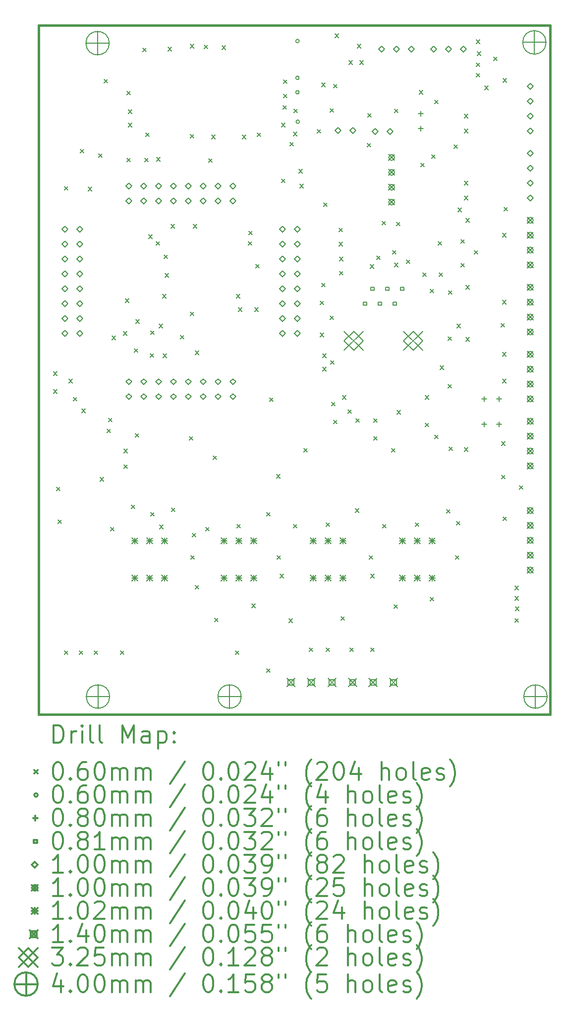
<source format=gbr>
%FSLAX45Y45*%
G04 Gerber Fmt 4.5, Leading zero omitted, Abs format (unit mm)*
G04 Created by KiCad (PCBNEW 4.0.7) date 03/26/18 23:13:57*
%MOMM*%
%LPD*%
G01*
G04 APERTURE LIST*
%ADD10C,0.127000*%
%ADD11C,0.381000*%
%ADD12C,0.200000*%
%ADD13C,0.300000*%
G04 APERTURE END LIST*
D10*
D11*
X8166100Y-15900400D02*
X8166100Y-4140200D01*
X16903700Y-15900400D02*
X8166100Y-15900400D01*
X16903700Y-4140200D02*
X16903700Y-15900400D01*
X8166100Y-4140200D02*
X16903700Y-4140200D01*
D12*
X8415528Y-10053828D02*
X8475472Y-10113772D01*
X8475472Y-10053828D02*
X8415528Y-10113772D01*
X8415528Y-10358628D02*
X8475472Y-10418572D01*
X8475472Y-10358628D02*
X8415528Y-10418572D01*
X8468868Y-12019788D02*
X8528812Y-12079732D01*
X8528812Y-12019788D02*
X8468868Y-12079732D01*
X8491728Y-12581128D02*
X8551672Y-12641072D01*
X8551672Y-12581128D02*
X8491728Y-12641072D01*
X8600948Y-6888988D02*
X8660892Y-6948932D01*
X8660892Y-6888988D02*
X8600948Y-6948932D01*
X8606028Y-14816328D02*
X8665972Y-14876272D01*
X8665972Y-14816328D02*
X8606028Y-14876272D01*
X8682228Y-10180828D02*
X8742172Y-10240772D01*
X8742172Y-10180828D02*
X8682228Y-10240772D01*
X8758428Y-10490708D02*
X8818372Y-10550652D01*
X8818372Y-10490708D02*
X8758428Y-10550652D01*
X8860028Y-14813788D02*
X8919972Y-14873732D01*
X8919972Y-14813788D02*
X8860028Y-14873732D01*
X8872728Y-6256528D02*
X8932672Y-6316472D01*
X8932672Y-6256528D02*
X8872728Y-6316472D01*
X8900668Y-10688828D02*
X8960612Y-10748772D01*
X8960612Y-10688828D02*
X8900668Y-10748772D01*
X9012428Y-6904228D02*
X9072372Y-6964172D01*
X9072372Y-6904228D02*
X9012428Y-6964172D01*
X9108948Y-14813788D02*
X9168892Y-14873732D01*
X9168892Y-14813788D02*
X9108948Y-14873732D01*
X9190228Y-6332728D02*
X9250172Y-6392672D01*
X9250172Y-6332728D02*
X9190228Y-6392672D01*
X9215628Y-11857228D02*
X9275572Y-11917172D01*
X9275572Y-11857228D02*
X9215628Y-11917172D01*
X9279128Y-5062728D02*
X9339072Y-5122672D01*
X9339072Y-5062728D02*
X9279128Y-5122672D01*
X9327388Y-11029188D02*
X9387332Y-11089132D01*
X9387332Y-11029188D02*
X9327388Y-11089132D01*
X9352788Y-10846308D02*
X9412732Y-10906252D01*
X9412732Y-10846308D02*
X9352788Y-10906252D01*
X9393428Y-12708128D02*
X9453372Y-12768072D01*
X9453372Y-12708128D02*
X9393428Y-12768072D01*
X9418828Y-9444228D02*
X9478772Y-9504172D01*
X9478772Y-9444228D02*
X9418828Y-9504172D01*
X9558528Y-14816328D02*
X9618472Y-14876272D01*
X9618472Y-14816328D02*
X9558528Y-14876272D01*
X9609328Y-9368028D02*
X9669272Y-9427972D01*
X9669272Y-9368028D02*
X9609328Y-9427972D01*
X9622028Y-11374628D02*
X9681972Y-11434572D01*
X9681972Y-11374628D02*
X9622028Y-11434572D01*
X9622028Y-11641328D02*
X9681972Y-11701272D01*
X9681972Y-11641328D02*
X9622028Y-11701272D01*
X9647428Y-8809228D02*
X9707372Y-8869172D01*
X9707372Y-8809228D02*
X9647428Y-8869172D01*
X9672828Y-5265928D02*
X9732772Y-5325872D01*
X9732772Y-5265928D02*
X9672828Y-5325872D01*
X9672828Y-6408928D02*
X9732772Y-6468872D01*
X9732772Y-6408928D02*
X9672828Y-6468872D01*
X9698228Y-5583428D02*
X9758172Y-5643372D01*
X9758172Y-5583428D02*
X9698228Y-5643372D01*
X9698228Y-5812028D02*
X9758172Y-5871972D01*
X9758172Y-5812028D02*
X9698228Y-5871972D01*
X9749028Y-12327128D02*
X9808972Y-12387072D01*
X9808972Y-12327128D02*
X9749028Y-12387072D01*
X9799828Y-9657588D02*
X9859772Y-9717532D01*
X9859772Y-9657588D02*
X9799828Y-9717532D01*
X9815068Y-11110468D02*
X9875012Y-11170412D01*
X9875012Y-11110468D02*
X9815068Y-11170412D01*
X9825228Y-9164828D02*
X9885172Y-9224772D01*
X9885172Y-9164828D02*
X9825228Y-9224772D01*
X9939528Y-4529328D02*
X9999472Y-4589272D01*
X9999472Y-4529328D02*
X9939528Y-4589272D01*
X9977628Y-6408928D02*
X10037572Y-6468872D01*
X10037572Y-6408928D02*
X9977628Y-6468872D01*
X9992868Y-5974588D02*
X10052812Y-6034532D01*
X10052812Y-5974588D02*
X9992868Y-6034532D01*
X10041128Y-7717028D02*
X10101072Y-7776972D01*
X10101072Y-7717028D02*
X10041128Y-7776972D01*
X10063988Y-9743948D02*
X10123932Y-9803892D01*
X10123932Y-9743948D02*
X10063988Y-9803892D01*
X10079228Y-9355328D02*
X10139172Y-9415272D01*
X10139172Y-9355328D02*
X10079228Y-9415272D01*
X10079228Y-12454128D02*
X10139172Y-12514072D01*
X10139172Y-12454128D02*
X10079228Y-12514072D01*
X10168128Y-7831328D02*
X10228072Y-7891272D01*
X10228072Y-7831328D02*
X10168128Y-7891272D01*
X10180828Y-6396228D02*
X10240772Y-6456172D01*
X10240772Y-6396228D02*
X10180828Y-6456172D01*
X10218928Y-9241028D02*
X10278872Y-9300972D01*
X10278872Y-9241028D02*
X10218928Y-9300972D01*
X10231628Y-12670028D02*
X10291572Y-12729972D01*
X10291572Y-12670028D02*
X10231628Y-12729972D01*
X10282428Y-8733028D02*
X10342372Y-8792972D01*
X10342372Y-8733028D02*
X10282428Y-8792972D01*
X10287508Y-9749028D02*
X10347452Y-9808972D01*
X10347452Y-9749028D02*
X10287508Y-9808972D01*
X10307828Y-8059928D02*
X10367772Y-8119872D01*
X10367772Y-8059928D02*
X10307828Y-8119872D01*
X10320528Y-8377428D02*
X10380472Y-8437372D01*
X10380472Y-8377428D02*
X10320528Y-8437372D01*
X10371328Y-4516628D02*
X10431272Y-4576572D01*
X10431272Y-4516628D02*
X10371328Y-4576572D01*
X10422128Y-7539228D02*
X10482072Y-7599172D01*
X10482072Y-7539228D02*
X10422128Y-7599172D01*
X10434828Y-12377928D02*
X10494772Y-12437872D01*
X10494772Y-12377928D02*
X10434828Y-12437872D01*
X10587228Y-9431528D02*
X10647172Y-9491472D01*
X10647172Y-9431528D02*
X10587228Y-9491472D01*
X10739628Y-11158728D02*
X10799572Y-11218672D01*
X10799572Y-11158728D02*
X10739628Y-11218672D01*
X10749788Y-9032748D02*
X10809732Y-9092692D01*
X10809732Y-9032748D02*
X10749788Y-9092692D01*
X10752328Y-4465828D02*
X10812272Y-4525772D01*
X10812272Y-4465828D02*
X10752328Y-4525772D01*
X10752328Y-6002528D02*
X10812272Y-6062472D01*
X10812272Y-6002528D02*
X10752328Y-6062472D01*
X10765028Y-13190728D02*
X10824972Y-13250672D01*
X10824972Y-13190728D02*
X10765028Y-13250672D01*
X10790428Y-12809728D02*
X10850372Y-12869672D01*
X10850372Y-12809728D02*
X10790428Y-12869672D01*
X10803128Y-7539228D02*
X10863072Y-7599172D01*
X10863072Y-7539228D02*
X10803128Y-7599172D01*
X10841228Y-9698228D02*
X10901172Y-9758172D01*
X10901172Y-9698228D02*
X10841228Y-9758172D01*
X10841228Y-13698728D02*
X10901172Y-13758672D01*
X10901172Y-13698728D02*
X10841228Y-13758672D01*
X10993628Y-4478528D02*
X11053572Y-4538472D01*
X11053572Y-4478528D02*
X10993628Y-4538472D01*
X11019028Y-12708128D02*
X11078972Y-12768072D01*
X11078972Y-12708128D02*
X11019028Y-12768072D01*
X11069828Y-6416548D02*
X11129772Y-6476492D01*
X11129772Y-6416548D02*
X11069828Y-6476492D01*
X11120628Y-6015228D02*
X11180572Y-6075172D01*
X11180572Y-6015228D02*
X11120628Y-6075172D01*
X11146028Y-11488928D02*
X11205972Y-11548872D01*
X11205972Y-11488928D02*
X11146028Y-11548872D01*
X11171428Y-14257528D02*
X11231372Y-14317472D01*
X11231372Y-14257528D02*
X11171428Y-14317472D01*
X11293348Y-4491228D02*
X11353292Y-4551172D01*
X11353292Y-4491228D02*
X11293348Y-4551172D01*
X11527028Y-14816328D02*
X11586972Y-14876272D01*
X11586972Y-14816328D02*
X11527028Y-14876272D01*
X11539728Y-8733028D02*
X11599672Y-8792972D01*
X11599672Y-8733028D02*
X11539728Y-8792972D01*
X11552428Y-12657328D02*
X11612372Y-12717272D01*
X11612372Y-12657328D02*
X11552428Y-12717272D01*
X11577828Y-8961628D02*
X11637772Y-9021572D01*
X11637772Y-8961628D02*
X11577828Y-9021572D01*
X11641328Y-6015228D02*
X11701272Y-6075172D01*
X11701272Y-6015228D02*
X11641328Y-6075172D01*
X11742928Y-7831328D02*
X11802872Y-7891272D01*
X11802872Y-7831328D02*
X11742928Y-7891272D01*
X11755628Y-7653528D02*
X11815572Y-7713472D01*
X11815572Y-7653528D02*
X11755628Y-7713472D01*
X11806428Y-14016228D02*
X11866372Y-14076172D01*
X11866372Y-14016228D02*
X11806428Y-14076172D01*
X11857228Y-8961628D02*
X11917172Y-9021572D01*
X11917172Y-8961628D02*
X11857228Y-9021572D01*
X11872468Y-8219948D02*
X11932412Y-8279892D01*
X11932412Y-8219948D02*
X11872468Y-8279892D01*
X11895328Y-5977128D02*
X11955272Y-6037072D01*
X11955272Y-5977128D02*
X11895328Y-6037072D01*
X12060428Y-12454128D02*
X12120372Y-12514072D01*
X12120372Y-12454128D02*
X12060428Y-12514072D01*
X12060428Y-15121128D02*
X12120372Y-15181072D01*
X12120372Y-15121128D02*
X12060428Y-15181072D01*
X12111228Y-10498328D02*
X12171172Y-10558272D01*
X12171172Y-10498328D02*
X12111228Y-10558272D01*
X12225528Y-11806428D02*
X12285472Y-11866372D01*
X12285472Y-11806428D02*
X12225528Y-11866372D01*
X12238228Y-13190728D02*
X12298172Y-13250672D01*
X12298172Y-13190728D02*
X12238228Y-13250672D01*
X12289028Y-13508228D02*
X12348972Y-13568172D01*
X12348972Y-13508228D02*
X12289028Y-13568172D01*
X12314428Y-5812028D02*
X12374372Y-5871972D01*
X12374372Y-5812028D02*
X12314428Y-5871972D01*
X12314428Y-6761988D02*
X12374372Y-6821932D01*
X12374372Y-6761988D02*
X12314428Y-6821932D01*
X12339828Y-5512308D02*
X12399772Y-5572252D01*
X12399772Y-5512308D02*
X12339828Y-5572252D01*
X12344908Y-5070348D02*
X12404852Y-5130292D01*
X12404852Y-5070348D02*
X12344908Y-5130292D01*
X12344908Y-5314188D02*
X12404852Y-5374132D01*
X12404852Y-5314188D02*
X12344908Y-5374132D01*
X12441428Y-14270228D02*
X12501372Y-14330172D01*
X12501372Y-14270228D02*
X12441428Y-14330172D01*
X12451588Y-6137148D02*
X12511532Y-6197092D01*
X12511532Y-6137148D02*
X12451588Y-6197092D01*
X12517628Y-5964428D02*
X12577572Y-6024372D01*
X12577572Y-5964428D02*
X12517628Y-6024372D01*
X12517628Y-12657328D02*
X12577572Y-12717272D01*
X12577572Y-12657328D02*
X12517628Y-12717272D01*
X12522708Y-5568188D02*
X12582652Y-5628132D01*
X12582652Y-5568188D02*
X12522708Y-5628132D01*
X12606528Y-6599428D02*
X12666472Y-6659372D01*
X12666472Y-6599428D02*
X12606528Y-6659372D01*
X12624308Y-6853428D02*
X12684252Y-6913372D01*
X12684252Y-6853428D02*
X12624308Y-6913372D01*
X12695428Y-11361928D02*
X12755372Y-11421872D01*
X12755372Y-11361928D02*
X12695428Y-11421872D01*
X12784328Y-14765528D02*
X12844272Y-14825472D01*
X12844272Y-14765528D02*
X12784328Y-14825472D01*
X12924028Y-5918708D02*
X12983972Y-5978652D01*
X12983972Y-5918708D02*
X12924028Y-5978652D01*
X12974828Y-8847328D02*
X13034772Y-8907272D01*
X13034772Y-8847328D02*
X12974828Y-8907272D01*
X12974828Y-9393428D02*
X13034772Y-9453372D01*
X13034772Y-9393428D02*
X12974828Y-9453372D01*
X13000228Y-5126228D02*
X13060172Y-5186172D01*
X13060172Y-5126228D02*
X13000228Y-5186172D01*
X13000228Y-8542528D02*
X13060172Y-8602472D01*
X13060172Y-8542528D02*
X13000228Y-8602472D01*
X13012928Y-9749028D02*
X13072872Y-9808972D01*
X13072872Y-9749028D02*
X13012928Y-9808972D01*
X13012928Y-9977628D02*
X13072872Y-10037572D01*
X13072872Y-9977628D02*
X13012928Y-10037572D01*
X13030708Y-7168388D02*
X13090652Y-7228332D01*
X13090652Y-7168388D02*
X13030708Y-7228332D01*
X13076428Y-12631928D02*
X13136372Y-12691872D01*
X13136372Y-12631928D02*
X13076428Y-12691872D01*
X13076428Y-14765528D02*
X13136372Y-14825472D01*
X13136372Y-14765528D02*
X13076428Y-14825472D01*
X13139928Y-9101328D02*
X13199872Y-9161272D01*
X13199872Y-9101328D02*
X13139928Y-9161272D01*
X13142468Y-5563108D02*
X13202412Y-5623052D01*
X13202412Y-5563108D02*
X13142468Y-5623052D01*
X13152628Y-9863328D02*
X13212572Y-9923272D01*
X13212572Y-9863328D02*
X13152628Y-9923272D01*
X13165328Y-10574528D02*
X13225272Y-10634472D01*
X13225272Y-10574528D02*
X13165328Y-10634472D01*
X13198348Y-10876788D02*
X13258292Y-10936732D01*
X13258292Y-10876788D02*
X13198348Y-10936732D01*
X13203428Y-5146548D02*
X13263372Y-5206492D01*
X13263372Y-5146548D02*
X13203428Y-5206492D01*
X13228828Y-4288028D02*
X13288772Y-4347972D01*
X13288772Y-4288028D02*
X13228828Y-4347972D01*
X13292328Y-7602728D02*
X13352272Y-7662672D01*
X13352272Y-7602728D02*
X13292328Y-7662672D01*
X13292328Y-7844028D02*
X13352272Y-7903972D01*
X13352272Y-7844028D02*
X13292328Y-7903972D01*
X13305028Y-8098028D02*
X13364972Y-8157972D01*
X13364972Y-8098028D02*
X13305028Y-8157972D01*
X13305028Y-8339328D02*
X13364972Y-8399272D01*
X13364972Y-8339328D02*
X13305028Y-8399272D01*
X13330428Y-14232128D02*
X13390372Y-14292072D01*
X13390372Y-14232128D02*
X13330428Y-14292072D01*
X13355828Y-10460228D02*
X13415772Y-10520172D01*
X13415772Y-10460228D02*
X13355828Y-10520172D01*
X13444728Y-10701528D02*
X13504672Y-10761472D01*
X13504672Y-10701528D02*
X13444728Y-10761472D01*
X13462508Y-4745228D02*
X13522452Y-4805172D01*
X13522452Y-4745228D02*
X13462508Y-4805172D01*
X13482828Y-14765528D02*
X13542772Y-14825472D01*
X13542772Y-14765528D02*
X13482828Y-14825472D01*
X13571728Y-12390628D02*
X13631672Y-12450572D01*
X13631672Y-12390628D02*
X13571728Y-12450572D01*
X13584428Y-10853928D02*
X13644372Y-10913872D01*
X13644372Y-10853928D02*
X13584428Y-10913872D01*
X13609828Y-4465828D02*
X13669772Y-4525772D01*
X13669772Y-4465828D02*
X13609828Y-4525772D01*
X13647928Y-4745228D02*
X13707872Y-4805172D01*
X13707872Y-4745228D02*
X13647928Y-4805172D01*
X13774928Y-6154928D02*
X13834872Y-6214872D01*
X13834872Y-6154928D02*
X13774928Y-6214872D01*
X13787628Y-5649468D02*
X13847572Y-5709412D01*
X13847572Y-5649468D02*
X13787628Y-5709412D01*
X13813028Y-13190728D02*
X13872972Y-13250672D01*
X13872972Y-13190728D02*
X13813028Y-13250672D01*
X13828268Y-8225028D02*
X13888212Y-8284972D01*
X13888212Y-8225028D02*
X13828268Y-8284972D01*
X13838428Y-13508228D02*
X13898372Y-13568172D01*
X13898372Y-13508228D02*
X13838428Y-13568172D01*
X13838428Y-14765528D02*
X13898372Y-14825472D01*
X13898372Y-14765528D02*
X13838428Y-14825472D01*
X13889228Y-10853928D02*
X13949172Y-10913872D01*
X13949172Y-10853928D02*
X13889228Y-10913872D01*
X13889228Y-11158728D02*
X13949172Y-11218672D01*
X13949172Y-11158728D02*
X13889228Y-11218672D01*
X13940028Y-8077708D02*
X13999972Y-8137652D01*
X13999972Y-8077708D02*
X13940028Y-8137652D01*
X14031468Y-7483348D02*
X14091412Y-7543292D01*
X14091412Y-7483348D02*
X14031468Y-7543292D01*
X14041628Y-12657328D02*
X14101572Y-12717272D01*
X14101572Y-12657328D02*
X14041628Y-12717272D01*
X14194028Y-11361928D02*
X14253972Y-11421872D01*
X14253972Y-11361928D02*
X14194028Y-11421872D01*
X14209268Y-7986268D02*
X14269212Y-8046212D01*
X14269212Y-7986268D02*
X14209268Y-8046212D01*
X14232128Y-14028928D02*
X14292072Y-14088872D01*
X14292072Y-14028928D02*
X14232128Y-14088872D01*
X14239748Y-5568188D02*
X14299692Y-5628132D01*
X14299692Y-5568188D02*
X14239748Y-5628132D01*
X14239748Y-8199628D02*
X14299692Y-8259572D01*
X14299692Y-8199628D02*
X14239748Y-8259572D01*
X14275308Y-7503668D02*
X14335252Y-7563612D01*
X14335252Y-7503668D02*
X14275308Y-7563612D01*
X14282928Y-10714228D02*
X14342872Y-10774172D01*
X14342872Y-10714228D02*
X14282928Y-10774172D01*
X14448028Y-8143748D02*
X14507972Y-8203692D01*
X14507972Y-8143748D02*
X14448028Y-8203692D01*
X14600428Y-12631928D02*
X14660372Y-12691872D01*
X14660372Y-12631928D02*
X14600428Y-12691872D01*
X14663928Y-5253228D02*
X14723872Y-5313172D01*
X14723872Y-5253228D02*
X14663928Y-5313172D01*
X14686788Y-6492748D02*
X14746732Y-6552692D01*
X14746732Y-6492748D02*
X14686788Y-6552692D01*
X14722348Y-8367268D02*
X14782292Y-8427212D01*
X14782292Y-8367268D02*
X14722348Y-8427212D01*
X14765528Y-10460228D02*
X14825472Y-10520172D01*
X14825472Y-10460228D02*
X14765528Y-10520172D01*
X14765528Y-10930128D02*
X14825472Y-10990072D01*
X14825472Y-10930128D02*
X14765528Y-10990072D01*
X14849348Y-8646668D02*
X14909292Y-8706612D01*
X14909292Y-8646668D02*
X14849348Y-8706612D01*
X14854428Y-13901928D02*
X14914372Y-13961872D01*
X14914372Y-13901928D02*
X14854428Y-13961872D01*
X14877288Y-6347968D02*
X14937232Y-6407912D01*
X14937232Y-6347968D02*
X14877288Y-6407912D01*
X14930628Y-5418328D02*
X14990572Y-5478272D01*
X14990572Y-5418328D02*
X14930628Y-5478272D01*
X14930628Y-11133328D02*
X14990572Y-11193272D01*
X14990572Y-11133328D02*
X14930628Y-11193272D01*
X14986508Y-7828788D02*
X15046452Y-7888732D01*
X15046452Y-7828788D02*
X14986508Y-7888732D01*
X15006828Y-8362188D02*
X15066772Y-8422132D01*
X15066772Y-8362188D02*
X15006828Y-8422132D01*
X15019528Y-9952228D02*
X15079472Y-10012172D01*
X15079472Y-9952228D02*
X15019528Y-10012172D01*
X15133828Y-12403328D02*
X15193772Y-12463272D01*
X15193772Y-12403328D02*
X15133828Y-12463272D01*
X15159228Y-9456928D02*
X15219172Y-9516872D01*
X15219172Y-9456928D02*
X15159228Y-9516872D01*
X15159228Y-10269728D02*
X15219172Y-10329672D01*
X15219172Y-10269728D02*
X15159228Y-10329672D01*
X15164308Y-8672068D02*
X15224252Y-8732012D01*
X15224252Y-8672068D02*
X15164308Y-8732012D01*
X15171928Y-11336528D02*
X15231872Y-11396472D01*
X15231872Y-11336528D02*
X15171928Y-11396472D01*
X15260828Y-6180328D02*
X15320772Y-6240272D01*
X15320772Y-6180328D02*
X15260828Y-6240272D01*
X15286228Y-13190728D02*
X15346172Y-13250672D01*
X15346172Y-13190728D02*
X15286228Y-13250672D01*
X15298928Y-12606528D02*
X15358872Y-12666472D01*
X15358872Y-12606528D02*
X15298928Y-12666472D01*
X15311628Y-9241028D02*
X15371572Y-9300972D01*
X15371572Y-9241028D02*
X15311628Y-9300972D01*
X15324328Y-7259828D02*
X15384272Y-7319772D01*
X15384272Y-7259828D02*
X15324328Y-7319772D01*
X15376398Y-8200898D02*
X15436342Y-8260842D01*
X15436342Y-8200898D02*
X15376398Y-8260842D01*
X15377668Y-7798308D02*
X15437612Y-7858252D01*
X15437612Y-7798308D02*
X15377668Y-7858252D01*
X15438628Y-5659628D02*
X15498572Y-5719572D01*
X15498572Y-5659628D02*
X15438628Y-5719572D01*
X15438628Y-5913628D02*
X15498572Y-5973572D01*
X15498572Y-5913628D02*
X15438628Y-5973572D01*
X15438628Y-6802628D02*
X15498572Y-6862572D01*
X15498572Y-6802628D02*
X15438628Y-6862572D01*
X15438628Y-7056628D02*
X15498572Y-7116572D01*
X15498572Y-7056628D02*
X15438628Y-7116572D01*
X15438628Y-11349228D02*
X15498572Y-11409172D01*
X15498572Y-11349228D02*
X15438628Y-11409172D01*
X15464028Y-7437628D02*
X15523972Y-7497572D01*
X15523972Y-7437628D02*
X15464028Y-7497572D01*
X15464028Y-8580628D02*
X15523972Y-8640572D01*
X15523972Y-8580628D02*
X15464028Y-8640572D01*
X15464028Y-9469628D02*
X15523972Y-9529572D01*
X15523972Y-9469628D02*
X15464028Y-9529572D01*
X15603728Y-7983728D02*
X15663672Y-8043672D01*
X15663672Y-7983728D02*
X15603728Y-8043672D01*
X15641828Y-4389628D02*
X15701772Y-4449572D01*
X15701772Y-4389628D02*
X15641828Y-4449572D01*
X15641828Y-4783328D02*
X15701772Y-4843272D01*
X15701772Y-4783328D02*
X15641828Y-4843272D01*
X15641828Y-4961128D02*
X15701772Y-5021072D01*
X15701772Y-4961128D02*
X15641828Y-5021072D01*
X15654528Y-4592828D02*
X15714472Y-4652772D01*
X15714472Y-4592828D02*
X15654528Y-4652772D01*
X15781528Y-5177028D02*
X15841472Y-5236972D01*
X15841472Y-5177028D02*
X15781528Y-5236972D01*
X15933928Y-4681728D02*
X15993872Y-4741672D01*
X15993872Y-4681728D02*
X15933928Y-4741672D01*
X16060928Y-9228328D02*
X16120872Y-9288272D01*
X16120872Y-9228328D02*
X16060928Y-9288272D01*
X16073628Y-11247628D02*
X16133572Y-11307572D01*
X16133572Y-11247628D02*
X16073628Y-11307572D01*
X16073628Y-11819128D02*
X16133572Y-11879072D01*
X16133572Y-11819128D02*
X16073628Y-11879072D01*
X16086328Y-7691628D02*
X16146272Y-7751572D01*
X16146272Y-7691628D02*
X16086328Y-7751572D01*
X16086328Y-8834628D02*
X16146272Y-8894572D01*
X16146272Y-8834628D02*
X16086328Y-8894572D01*
X16086328Y-9723628D02*
X16146272Y-9783572D01*
X16146272Y-9723628D02*
X16086328Y-9783572D01*
X16086328Y-10180828D02*
X16146272Y-10240772D01*
X16146272Y-10180828D02*
X16086328Y-10240772D01*
X16099028Y-5050028D02*
X16158972Y-5109972D01*
X16158972Y-5050028D02*
X16099028Y-5109972D01*
X16099028Y-12530328D02*
X16158972Y-12590272D01*
X16158972Y-12530328D02*
X16099028Y-12590272D01*
X16111728Y-7247128D02*
X16171672Y-7307072D01*
X16171672Y-7247128D02*
X16111728Y-7307072D01*
X16302228Y-13711428D02*
X16362172Y-13771372D01*
X16362172Y-13711428D02*
X16302228Y-13771372D01*
X16302228Y-13889228D02*
X16362172Y-13949172D01*
X16362172Y-13889228D02*
X16302228Y-13949172D01*
X16302228Y-14265148D02*
X16362172Y-14325092D01*
X16362172Y-14265148D02*
X16302228Y-14325092D01*
X16307308Y-14067028D02*
X16367252Y-14126972D01*
X16367252Y-14067028D02*
X16307308Y-14126972D01*
X16378428Y-11996928D02*
X16438372Y-12056872D01*
X16438372Y-11996928D02*
X16378428Y-12056872D01*
X12613160Y-4409440D02*
G75*
G03X12613160Y-4409440I-30000J0D01*
G01*
X12613160Y-5036820D02*
G75*
G03X12613160Y-5036820I-30000J0D01*
G01*
X12613160Y-5283200D02*
G75*
G03X12613160Y-5283200I-30000J0D01*
G01*
X12618240Y-5786120D02*
G75*
G03X12618240Y-5786120I-30000J0D01*
G01*
X14691360Y-5608955D02*
X14691360Y-5688965D01*
X14651355Y-5648960D02*
X14731365Y-5648960D01*
X14691360Y-5862955D02*
X14691360Y-5942965D01*
X14651355Y-5902960D02*
X14731365Y-5902960D01*
X15773400Y-10475595D02*
X15773400Y-10555605D01*
X15733395Y-10515600D02*
X15813405Y-10515600D01*
X15773400Y-10907395D02*
X15773400Y-10987405D01*
X15733395Y-10947400D02*
X15813405Y-10947400D01*
X16027400Y-10475595D02*
X16027400Y-10555605D01*
X15987395Y-10515600D02*
X16067405Y-10515600D01*
X16027400Y-10907395D02*
X16027400Y-10987405D01*
X15987395Y-10947400D02*
X16067405Y-10947400D01*
X13763787Y-8918737D02*
X13763787Y-8861263D01*
X13706313Y-8861263D01*
X13706313Y-8918737D01*
X13763787Y-8918737D01*
X13890787Y-8664737D02*
X13890787Y-8607263D01*
X13833313Y-8607263D01*
X13833313Y-8664737D01*
X13890787Y-8664737D01*
X14017787Y-8918737D02*
X14017787Y-8861263D01*
X13960313Y-8861263D01*
X13960313Y-8918737D01*
X14017787Y-8918737D01*
X14144787Y-8664737D02*
X14144787Y-8607263D01*
X14087313Y-8607263D01*
X14087313Y-8664737D01*
X14144787Y-8664737D01*
X14271787Y-8918737D02*
X14271787Y-8861263D01*
X14214313Y-8861263D01*
X14214313Y-8918737D01*
X14271787Y-8918737D01*
X14398787Y-8664737D02*
X14398787Y-8607263D01*
X14341313Y-8607263D01*
X14341313Y-8664737D01*
X14398787Y-8664737D01*
X8610600Y-7670000D02*
X8660600Y-7620000D01*
X8610600Y-7570000D01*
X8560600Y-7620000D01*
X8610600Y-7670000D01*
X8610600Y-7924000D02*
X8660600Y-7874000D01*
X8610600Y-7824000D01*
X8560600Y-7874000D01*
X8610600Y-7924000D01*
X8610600Y-8178000D02*
X8660600Y-8128000D01*
X8610600Y-8078000D01*
X8560600Y-8128000D01*
X8610600Y-8178000D01*
X8610600Y-8432000D02*
X8660600Y-8382000D01*
X8610600Y-8332000D01*
X8560600Y-8382000D01*
X8610600Y-8432000D01*
X8610600Y-8686000D02*
X8660600Y-8636000D01*
X8610600Y-8586000D01*
X8560600Y-8636000D01*
X8610600Y-8686000D01*
X8610600Y-8940000D02*
X8660600Y-8890000D01*
X8610600Y-8840000D01*
X8560600Y-8890000D01*
X8610600Y-8940000D01*
X8610600Y-9194000D02*
X8660600Y-9144000D01*
X8610600Y-9094000D01*
X8560600Y-9144000D01*
X8610600Y-9194000D01*
X8610600Y-9448000D02*
X8660600Y-9398000D01*
X8610600Y-9348000D01*
X8560600Y-9398000D01*
X8610600Y-9448000D01*
X8864600Y-7670000D02*
X8914600Y-7620000D01*
X8864600Y-7570000D01*
X8814600Y-7620000D01*
X8864600Y-7670000D01*
X8864600Y-7924000D02*
X8914600Y-7874000D01*
X8864600Y-7824000D01*
X8814600Y-7874000D01*
X8864600Y-7924000D01*
X8864600Y-8178000D02*
X8914600Y-8128000D01*
X8864600Y-8078000D01*
X8814600Y-8128000D01*
X8864600Y-8178000D01*
X8864600Y-8432000D02*
X8914600Y-8382000D01*
X8864600Y-8332000D01*
X8814600Y-8382000D01*
X8864600Y-8432000D01*
X8864600Y-8686000D02*
X8914600Y-8636000D01*
X8864600Y-8586000D01*
X8814600Y-8636000D01*
X8864600Y-8686000D01*
X8864600Y-8940000D02*
X8914600Y-8890000D01*
X8864600Y-8840000D01*
X8814600Y-8890000D01*
X8864600Y-8940000D01*
X8864600Y-9194000D02*
X8914600Y-9144000D01*
X8864600Y-9094000D01*
X8814600Y-9144000D01*
X8864600Y-9194000D01*
X8864600Y-9448000D02*
X8914600Y-9398000D01*
X8864600Y-9348000D01*
X8814600Y-9398000D01*
X8864600Y-9448000D01*
X9702800Y-6933400D02*
X9752800Y-6883400D01*
X9702800Y-6833400D01*
X9652800Y-6883400D01*
X9702800Y-6933400D01*
X9702800Y-7187400D02*
X9752800Y-7137400D01*
X9702800Y-7087400D01*
X9652800Y-7137400D01*
X9702800Y-7187400D01*
X9702800Y-10273500D02*
X9752800Y-10223500D01*
X9702800Y-10173500D01*
X9652800Y-10223500D01*
X9702800Y-10273500D01*
X9702800Y-10527500D02*
X9752800Y-10477500D01*
X9702800Y-10427500D01*
X9652800Y-10477500D01*
X9702800Y-10527500D01*
X9956800Y-6933400D02*
X10006800Y-6883400D01*
X9956800Y-6833400D01*
X9906800Y-6883400D01*
X9956800Y-6933400D01*
X9956800Y-7187400D02*
X10006800Y-7137400D01*
X9956800Y-7087400D01*
X9906800Y-7137400D01*
X9956800Y-7187400D01*
X9956800Y-10273500D02*
X10006800Y-10223500D01*
X9956800Y-10173500D01*
X9906800Y-10223500D01*
X9956800Y-10273500D01*
X9956800Y-10527500D02*
X10006800Y-10477500D01*
X9956800Y-10427500D01*
X9906800Y-10477500D01*
X9956800Y-10527500D01*
X10210800Y-6933400D02*
X10260800Y-6883400D01*
X10210800Y-6833400D01*
X10160800Y-6883400D01*
X10210800Y-6933400D01*
X10210800Y-7187400D02*
X10260800Y-7137400D01*
X10210800Y-7087400D01*
X10160800Y-7137400D01*
X10210800Y-7187400D01*
X10210800Y-10273500D02*
X10260800Y-10223500D01*
X10210800Y-10173500D01*
X10160800Y-10223500D01*
X10210800Y-10273500D01*
X10210800Y-10527500D02*
X10260800Y-10477500D01*
X10210800Y-10427500D01*
X10160800Y-10477500D01*
X10210800Y-10527500D01*
X10464800Y-6933400D02*
X10514800Y-6883400D01*
X10464800Y-6833400D01*
X10414800Y-6883400D01*
X10464800Y-6933400D01*
X10464800Y-7187400D02*
X10514800Y-7137400D01*
X10464800Y-7087400D01*
X10414800Y-7137400D01*
X10464800Y-7187400D01*
X10464800Y-10273500D02*
X10514800Y-10223500D01*
X10464800Y-10173500D01*
X10414800Y-10223500D01*
X10464800Y-10273500D01*
X10464800Y-10527500D02*
X10514800Y-10477500D01*
X10464800Y-10427500D01*
X10414800Y-10477500D01*
X10464800Y-10527500D01*
X10718800Y-6933400D02*
X10768800Y-6883400D01*
X10718800Y-6833400D01*
X10668800Y-6883400D01*
X10718800Y-6933400D01*
X10718800Y-7187400D02*
X10768800Y-7137400D01*
X10718800Y-7087400D01*
X10668800Y-7137400D01*
X10718800Y-7187400D01*
X10718800Y-10273500D02*
X10768800Y-10223500D01*
X10718800Y-10173500D01*
X10668800Y-10223500D01*
X10718800Y-10273500D01*
X10718800Y-10527500D02*
X10768800Y-10477500D01*
X10718800Y-10427500D01*
X10668800Y-10477500D01*
X10718800Y-10527500D01*
X10972800Y-6933400D02*
X11022800Y-6883400D01*
X10972800Y-6833400D01*
X10922800Y-6883400D01*
X10972800Y-6933400D01*
X10972800Y-7187400D02*
X11022800Y-7137400D01*
X10972800Y-7087400D01*
X10922800Y-7137400D01*
X10972800Y-7187400D01*
X10972800Y-10273500D02*
X11022800Y-10223500D01*
X10972800Y-10173500D01*
X10922800Y-10223500D01*
X10972800Y-10273500D01*
X10972800Y-10527500D02*
X11022800Y-10477500D01*
X10972800Y-10427500D01*
X10922800Y-10477500D01*
X10972800Y-10527500D01*
X11226800Y-6933400D02*
X11276800Y-6883400D01*
X11226800Y-6833400D01*
X11176800Y-6883400D01*
X11226800Y-6933400D01*
X11226800Y-7187400D02*
X11276800Y-7137400D01*
X11226800Y-7087400D01*
X11176800Y-7137400D01*
X11226800Y-7187400D01*
X11226800Y-10273500D02*
X11276800Y-10223500D01*
X11226800Y-10173500D01*
X11176800Y-10223500D01*
X11226800Y-10273500D01*
X11226800Y-10527500D02*
X11276800Y-10477500D01*
X11226800Y-10427500D01*
X11176800Y-10477500D01*
X11226800Y-10527500D01*
X11480800Y-6933400D02*
X11530800Y-6883400D01*
X11480800Y-6833400D01*
X11430800Y-6883400D01*
X11480800Y-6933400D01*
X11480800Y-7187400D02*
X11530800Y-7137400D01*
X11480800Y-7087400D01*
X11430800Y-7137400D01*
X11480800Y-7187400D01*
X11480800Y-10273500D02*
X11530800Y-10223500D01*
X11480800Y-10173500D01*
X11430800Y-10223500D01*
X11480800Y-10273500D01*
X11480800Y-10527500D02*
X11530800Y-10477500D01*
X11480800Y-10427500D01*
X11430800Y-10477500D01*
X11480800Y-10527500D01*
X12331446Y-7670000D02*
X12381446Y-7620000D01*
X12331446Y-7570000D01*
X12281446Y-7620000D01*
X12331446Y-7670000D01*
X12331446Y-7924000D02*
X12381446Y-7874000D01*
X12331446Y-7824000D01*
X12281446Y-7874000D01*
X12331446Y-7924000D01*
X12331446Y-8178000D02*
X12381446Y-8128000D01*
X12331446Y-8078000D01*
X12281446Y-8128000D01*
X12331446Y-8178000D01*
X12331446Y-8432000D02*
X12381446Y-8382000D01*
X12331446Y-8332000D01*
X12281446Y-8382000D01*
X12331446Y-8432000D01*
X12331446Y-8686000D02*
X12381446Y-8636000D01*
X12331446Y-8586000D01*
X12281446Y-8636000D01*
X12331446Y-8686000D01*
X12331446Y-8940000D02*
X12381446Y-8890000D01*
X12331446Y-8840000D01*
X12281446Y-8890000D01*
X12331446Y-8940000D01*
X12331446Y-9194000D02*
X12381446Y-9144000D01*
X12331446Y-9094000D01*
X12281446Y-9144000D01*
X12331446Y-9194000D01*
X12331446Y-9448000D02*
X12381446Y-9398000D01*
X12331446Y-9348000D01*
X12281446Y-9398000D01*
X12331446Y-9448000D01*
X12585446Y-7670000D02*
X12635446Y-7620000D01*
X12585446Y-7570000D01*
X12535446Y-7620000D01*
X12585446Y-7670000D01*
X12585446Y-7924000D02*
X12635446Y-7874000D01*
X12585446Y-7824000D01*
X12535446Y-7874000D01*
X12585446Y-7924000D01*
X12585446Y-8178000D02*
X12635446Y-8128000D01*
X12585446Y-8078000D01*
X12535446Y-8128000D01*
X12585446Y-8178000D01*
X12585446Y-8432000D02*
X12635446Y-8382000D01*
X12585446Y-8332000D01*
X12535446Y-8382000D01*
X12585446Y-8432000D01*
X12585446Y-8686000D02*
X12635446Y-8636000D01*
X12585446Y-8586000D01*
X12535446Y-8636000D01*
X12585446Y-8686000D01*
X12585446Y-8940000D02*
X12635446Y-8890000D01*
X12585446Y-8840000D01*
X12535446Y-8890000D01*
X12585446Y-8940000D01*
X12585446Y-9194000D02*
X12635446Y-9144000D01*
X12585446Y-9094000D01*
X12535446Y-9144000D01*
X12585446Y-9194000D01*
X12585446Y-9448000D02*
X12635446Y-9398000D01*
X12585446Y-9348000D01*
X12535446Y-9398000D01*
X12585446Y-9448000D01*
X13279120Y-5988520D02*
X13329120Y-5938520D01*
X13279120Y-5888520D01*
X13229120Y-5938520D01*
X13279120Y-5988520D01*
X13533120Y-5988520D02*
X13583120Y-5938520D01*
X13533120Y-5888520D01*
X13483120Y-5938520D01*
X13533120Y-5988520D01*
X13914120Y-6003760D02*
X13964120Y-5953760D01*
X13914120Y-5903760D01*
X13864120Y-5953760D01*
X13914120Y-6003760D01*
X14020800Y-4596600D02*
X14070800Y-4546600D01*
X14020800Y-4496600D01*
X13970800Y-4546600D01*
X14020800Y-4596600D01*
X14168120Y-6003760D02*
X14218120Y-5953760D01*
X14168120Y-5903760D01*
X14118120Y-5953760D01*
X14168120Y-6003760D01*
X14274800Y-4596600D02*
X14324800Y-4546600D01*
X14274800Y-4496600D01*
X14224800Y-4546600D01*
X14274800Y-4596600D01*
X14528800Y-4596600D02*
X14578800Y-4546600D01*
X14528800Y-4496600D01*
X14478800Y-4546600D01*
X14528800Y-4596600D01*
X14909800Y-4596600D02*
X14959800Y-4546600D01*
X14909800Y-4496600D01*
X14859800Y-4546600D01*
X14909800Y-4596600D01*
X15163800Y-4596600D02*
X15213800Y-4546600D01*
X15163800Y-4496600D01*
X15113800Y-4546600D01*
X15163800Y-4596600D01*
X15417800Y-4596600D02*
X15467800Y-4546600D01*
X15417800Y-4496600D01*
X15367800Y-4546600D01*
X15417800Y-4596600D01*
X16560800Y-5231600D02*
X16610800Y-5181600D01*
X16560800Y-5131600D01*
X16510800Y-5181600D01*
X16560800Y-5231600D01*
X16560800Y-5485600D02*
X16610800Y-5435600D01*
X16560800Y-5385600D01*
X16510800Y-5435600D01*
X16560800Y-5485600D01*
X16560800Y-5739600D02*
X16610800Y-5689600D01*
X16560800Y-5639600D01*
X16510800Y-5689600D01*
X16560800Y-5739600D01*
X16560800Y-5993600D02*
X16610800Y-5943600D01*
X16560800Y-5893600D01*
X16510800Y-5943600D01*
X16560800Y-5993600D01*
X16560800Y-6374600D02*
X16610800Y-6324600D01*
X16560800Y-6274600D01*
X16510800Y-6324600D01*
X16560800Y-6374600D01*
X16560800Y-6628600D02*
X16610800Y-6578600D01*
X16560800Y-6528600D01*
X16510800Y-6578600D01*
X16560800Y-6628600D01*
X16560800Y-6882600D02*
X16610800Y-6832600D01*
X16560800Y-6782600D01*
X16510800Y-6832600D01*
X16560800Y-6882600D01*
X16560800Y-7136600D02*
X16610800Y-7086600D01*
X16560800Y-7036600D01*
X16510800Y-7086600D01*
X16560800Y-7136600D01*
X14143482Y-6345682D02*
X14243558Y-6445758D01*
X14243558Y-6345682D02*
X14143482Y-6445758D01*
X14243558Y-6395720D02*
G75*
G03X14243558Y-6395720I-50038J0D01*
G01*
X14143482Y-6599682D02*
X14243558Y-6699758D01*
X14243558Y-6599682D02*
X14143482Y-6699758D01*
X14243558Y-6649720D02*
G75*
G03X14243558Y-6649720I-50038J0D01*
G01*
X14143482Y-6853682D02*
X14243558Y-6953758D01*
X14243558Y-6853682D02*
X14143482Y-6953758D01*
X14243558Y-6903720D02*
G75*
G03X14243558Y-6903720I-50038J0D01*
G01*
X14143482Y-7107682D02*
X14243558Y-7207758D01*
X14243558Y-7107682D02*
X14143482Y-7207758D01*
X14243558Y-7157720D02*
G75*
G03X14243558Y-7157720I-50038J0D01*
G01*
X16510762Y-7417562D02*
X16610838Y-7517638D01*
X16610838Y-7417562D02*
X16510762Y-7517638D01*
X16610838Y-7467600D02*
G75*
G03X16610838Y-7467600I-50038J0D01*
G01*
X16510762Y-7671562D02*
X16610838Y-7771638D01*
X16610838Y-7671562D02*
X16510762Y-7771638D01*
X16610838Y-7721600D02*
G75*
G03X16610838Y-7721600I-50038J0D01*
G01*
X16510762Y-7925562D02*
X16610838Y-8025638D01*
X16610838Y-7925562D02*
X16510762Y-8025638D01*
X16610838Y-7975600D02*
G75*
G03X16610838Y-7975600I-50038J0D01*
G01*
X16510762Y-8179562D02*
X16610838Y-8279638D01*
X16610838Y-8179562D02*
X16510762Y-8279638D01*
X16610838Y-8229600D02*
G75*
G03X16610838Y-8229600I-50038J0D01*
G01*
X16510762Y-8560562D02*
X16610838Y-8660638D01*
X16610838Y-8560562D02*
X16510762Y-8660638D01*
X16610838Y-8610600D02*
G75*
G03X16610838Y-8610600I-50038J0D01*
G01*
X16510762Y-8814562D02*
X16610838Y-8914638D01*
X16610838Y-8814562D02*
X16510762Y-8914638D01*
X16610838Y-8864600D02*
G75*
G03X16610838Y-8864600I-50038J0D01*
G01*
X16510762Y-9068562D02*
X16610838Y-9168638D01*
X16610838Y-9068562D02*
X16510762Y-9168638D01*
X16610838Y-9118600D02*
G75*
G03X16610838Y-9118600I-50038J0D01*
G01*
X16510762Y-9322562D02*
X16610838Y-9422638D01*
X16610838Y-9322562D02*
X16510762Y-9422638D01*
X16610838Y-9372600D02*
G75*
G03X16610838Y-9372600I-50038J0D01*
G01*
X16510762Y-9703562D02*
X16610838Y-9803638D01*
X16610838Y-9703562D02*
X16510762Y-9803638D01*
X16610838Y-9753600D02*
G75*
G03X16610838Y-9753600I-50038J0D01*
G01*
X16510762Y-9957562D02*
X16610838Y-10057638D01*
X16610838Y-9957562D02*
X16510762Y-10057638D01*
X16610838Y-10007600D02*
G75*
G03X16610838Y-10007600I-50038J0D01*
G01*
X16510762Y-10211562D02*
X16610838Y-10311638D01*
X16610838Y-10211562D02*
X16510762Y-10311638D01*
X16610838Y-10261600D02*
G75*
G03X16610838Y-10261600I-50038J0D01*
G01*
X16510762Y-10465562D02*
X16610838Y-10565638D01*
X16610838Y-10465562D02*
X16510762Y-10565638D01*
X16610838Y-10515600D02*
G75*
G03X16610838Y-10515600I-50038J0D01*
G01*
X16510762Y-10846562D02*
X16610838Y-10946638D01*
X16610838Y-10846562D02*
X16510762Y-10946638D01*
X16610838Y-10896600D02*
G75*
G03X16610838Y-10896600I-50038J0D01*
G01*
X16510762Y-11100562D02*
X16610838Y-11200638D01*
X16610838Y-11100562D02*
X16510762Y-11200638D01*
X16610838Y-11150600D02*
G75*
G03X16610838Y-11150600I-50038J0D01*
G01*
X16510762Y-11354562D02*
X16610838Y-11454638D01*
X16610838Y-11354562D02*
X16510762Y-11454638D01*
X16610838Y-11404600D02*
G75*
G03X16610838Y-11404600I-50038J0D01*
G01*
X16510762Y-11608562D02*
X16610838Y-11708638D01*
X16610838Y-11608562D02*
X16510762Y-11708638D01*
X16610838Y-11658600D02*
G75*
G03X16610838Y-11658600I-50038J0D01*
G01*
X16510762Y-12370562D02*
X16610838Y-12470638D01*
X16610838Y-12370562D02*
X16510762Y-12470638D01*
X16610838Y-12420600D02*
G75*
G03X16610838Y-12420600I-50038J0D01*
G01*
X16510762Y-12624562D02*
X16610838Y-12724638D01*
X16610838Y-12624562D02*
X16510762Y-12724638D01*
X16610838Y-12674600D02*
G75*
G03X16610838Y-12674600I-50038J0D01*
G01*
X16510762Y-12878562D02*
X16610838Y-12978638D01*
X16610838Y-12878562D02*
X16510762Y-12978638D01*
X16610838Y-12928600D02*
G75*
G03X16610838Y-12928600I-50038J0D01*
G01*
X16510762Y-13132562D02*
X16610838Y-13232638D01*
X16610838Y-13132562D02*
X16510762Y-13232638D01*
X16610838Y-13182600D02*
G75*
G03X16610838Y-13182600I-50038J0D01*
G01*
X16510762Y-13386562D02*
X16610838Y-13486638D01*
X16610838Y-13386562D02*
X16510762Y-13486638D01*
X16610838Y-13436600D02*
G75*
G03X16610838Y-13436600I-50038J0D01*
G01*
X9753600Y-12890500D02*
X9855200Y-12992100D01*
X9855200Y-12890500D02*
X9753600Y-12992100D01*
X9804400Y-12890500D02*
X9804400Y-12992100D01*
X9753600Y-12941300D02*
X9855200Y-12941300D01*
X9753600Y-13525500D02*
X9855200Y-13627100D01*
X9855200Y-13525500D02*
X9753600Y-13627100D01*
X9804400Y-13525500D02*
X9804400Y-13627100D01*
X9753600Y-13576300D02*
X9855200Y-13576300D01*
X10007600Y-12890500D02*
X10109200Y-12992100D01*
X10109200Y-12890500D02*
X10007600Y-12992100D01*
X10058400Y-12890500D02*
X10058400Y-12992100D01*
X10007600Y-12941300D02*
X10109200Y-12941300D01*
X10007600Y-13525500D02*
X10109200Y-13627100D01*
X10109200Y-13525500D02*
X10007600Y-13627100D01*
X10058400Y-13525500D02*
X10058400Y-13627100D01*
X10007600Y-13576300D02*
X10109200Y-13576300D01*
X10261600Y-12890500D02*
X10363200Y-12992100D01*
X10363200Y-12890500D02*
X10261600Y-12992100D01*
X10312400Y-12890500D02*
X10312400Y-12992100D01*
X10261600Y-12941300D02*
X10363200Y-12941300D01*
X10261600Y-13525500D02*
X10363200Y-13627100D01*
X10363200Y-13525500D02*
X10261600Y-13627100D01*
X10312400Y-13525500D02*
X10312400Y-13627100D01*
X10261600Y-13576300D02*
X10363200Y-13576300D01*
X11277600Y-12890500D02*
X11379200Y-12992100D01*
X11379200Y-12890500D02*
X11277600Y-12992100D01*
X11328400Y-12890500D02*
X11328400Y-12992100D01*
X11277600Y-12941300D02*
X11379200Y-12941300D01*
X11277600Y-13525500D02*
X11379200Y-13627100D01*
X11379200Y-13525500D02*
X11277600Y-13627100D01*
X11328400Y-13525500D02*
X11328400Y-13627100D01*
X11277600Y-13576300D02*
X11379200Y-13576300D01*
X11531600Y-12890500D02*
X11633200Y-12992100D01*
X11633200Y-12890500D02*
X11531600Y-12992100D01*
X11582400Y-12890500D02*
X11582400Y-12992100D01*
X11531600Y-12941300D02*
X11633200Y-12941300D01*
X11531600Y-13525500D02*
X11633200Y-13627100D01*
X11633200Y-13525500D02*
X11531600Y-13627100D01*
X11582400Y-13525500D02*
X11582400Y-13627100D01*
X11531600Y-13576300D02*
X11633200Y-13576300D01*
X11785600Y-12890500D02*
X11887200Y-12992100D01*
X11887200Y-12890500D02*
X11785600Y-12992100D01*
X11836400Y-12890500D02*
X11836400Y-12992100D01*
X11785600Y-12941300D02*
X11887200Y-12941300D01*
X11785600Y-13525500D02*
X11887200Y-13627100D01*
X11887200Y-13525500D02*
X11785600Y-13627100D01*
X11836400Y-13525500D02*
X11836400Y-13627100D01*
X11785600Y-13576300D02*
X11887200Y-13576300D01*
X12801600Y-12890500D02*
X12903200Y-12992100D01*
X12903200Y-12890500D02*
X12801600Y-12992100D01*
X12852400Y-12890500D02*
X12852400Y-12992100D01*
X12801600Y-12941300D02*
X12903200Y-12941300D01*
X12801600Y-13525500D02*
X12903200Y-13627100D01*
X12903200Y-13525500D02*
X12801600Y-13627100D01*
X12852400Y-13525500D02*
X12852400Y-13627100D01*
X12801600Y-13576300D02*
X12903200Y-13576300D01*
X13055600Y-12890500D02*
X13157200Y-12992100D01*
X13157200Y-12890500D02*
X13055600Y-12992100D01*
X13106400Y-12890500D02*
X13106400Y-12992100D01*
X13055600Y-12941300D02*
X13157200Y-12941300D01*
X13055600Y-13525500D02*
X13157200Y-13627100D01*
X13157200Y-13525500D02*
X13055600Y-13627100D01*
X13106400Y-13525500D02*
X13106400Y-13627100D01*
X13055600Y-13576300D02*
X13157200Y-13576300D01*
X13309600Y-12890500D02*
X13411200Y-12992100D01*
X13411200Y-12890500D02*
X13309600Y-12992100D01*
X13360400Y-12890500D02*
X13360400Y-12992100D01*
X13309600Y-12941300D02*
X13411200Y-12941300D01*
X13309600Y-13525500D02*
X13411200Y-13627100D01*
X13411200Y-13525500D02*
X13309600Y-13627100D01*
X13360400Y-13525500D02*
X13360400Y-13627100D01*
X13309600Y-13576300D02*
X13411200Y-13576300D01*
X14325600Y-12890500D02*
X14427200Y-12992100D01*
X14427200Y-12890500D02*
X14325600Y-12992100D01*
X14376400Y-12890500D02*
X14376400Y-12992100D01*
X14325600Y-12941300D02*
X14427200Y-12941300D01*
X14325600Y-13525500D02*
X14427200Y-13627100D01*
X14427200Y-13525500D02*
X14325600Y-13627100D01*
X14376400Y-13525500D02*
X14376400Y-13627100D01*
X14325600Y-13576300D02*
X14427200Y-13576300D01*
X14579600Y-12890500D02*
X14681200Y-12992100D01*
X14681200Y-12890500D02*
X14579600Y-12992100D01*
X14630400Y-12890500D02*
X14630400Y-12992100D01*
X14579600Y-12941300D02*
X14681200Y-12941300D01*
X14579600Y-13525500D02*
X14681200Y-13627100D01*
X14681200Y-13525500D02*
X14579600Y-13627100D01*
X14630400Y-13525500D02*
X14630400Y-13627100D01*
X14579600Y-13576300D02*
X14681200Y-13576300D01*
X14833600Y-12890500D02*
X14935200Y-12992100D01*
X14935200Y-12890500D02*
X14833600Y-12992100D01*
X14884400Y-12890500D02*
X14884400Y-12992100D01*
X14833600Y-12941300D02*
X14935200Y-12941300D01*
X14833600Y-13525500D02*
X14935200Y-13627100D01*
X14935200Y-13525500D02*
X14833600Y-13627100D01*
X14884400Y-13525500D02*
X14884400Y-13627100D01*
X14833600Y-13576300D02*
X14935200Y-13576300D01*
X12401400Y-15284300D02*
X12541400Y-15424300D01*
X12541400Y-15284300D02*
X12401400Y-15424300D01*
X12520898Y-15403798D02*
X12520898Y-15304802D01*
X12421902Y-15304802D01*
X12421902Y-15403798D01*
X12520898Y-15403798D01*
X12750650Y-15284300D02*
X12890650Y-15424300D01*
X12890650Y-15284300D02*
X12750650Y-15424300D01*
X12870148Y-15403798D02*
X12870148Y-15304802D01*
X12771152Y-15304802D01*
X12771152Y-15403798D01*
X12870148Y-15403798D01*
X13106250Y-15284300D02*
X13246250Y-15424300D01*
X13246250Y-15284300D02*
X13106250Y-15424300D01*
X13225748Y-15403798D02*
X13225748Y-15304802D01*
X13126752Y-15304802D01*
X13126752Y-15403798D01*
X13225748Y-15403798D01*
X13455500Y-15284300D02*
X13595500Y-15424300D01*
X13595500Y-15284300D02*
X13455500Y-15424300D01*
X13574998Y-15403798D02*
X13574998Y-15304802D01*
X13476002Y-15304802D01*
X13476002Y-15403798D01*
X13574998Y-15403798D01*
X13804750Y-15284300D02*
X13944750Y-15424300D01*
X13944750Y-15284300D02*
X13804750Y-15424300D01*
X13924248Y-15403798D02*
X13924248Y-15304802D01*
X13825252Y-15304802D01*
X13825252Y-15403798D01*
X13924248Y-15403798D01*
X14154000Y-15284300D02*
X14294000Y-15424300D01*
X14294000Y-15284300D02*
X14154000Y-15424300D01*
X14273498Y-15403798D02*
X14273498Y-15304802D01*
X14174502Y-15304802D01*
X14174502Y-15403798D01*
X14273498Y-15403798D01*
X13381990Y-9362440D02*
X13707110Y-9687560D01*
X13707110Y-9362440D02*
X13381990Y-9687560D01*
X13544550Y-9687560D02*
X13707110Y-9525000D01*
X13544550Y-9362440D01*
X13381990Y-9525000D01*
X13544550Y-9687560D01*
X14397990Y-9362440D02*
X14723110Y-9687560D01*
X14723110Y-9362440D02*
X14397990Y-9687560D01*
X14560550Y-9687560D02*
X14723110Y-9525000D01*
X14560550Y-9362440D01*
X14397990Y-9525000D01*
X14560550Y-9687560D01*
X9169400Y-4244975D02*
X9169400Y-4645025D01*
X8969375Y-4445000D02*
X9369425Y-4445000D01*
X9369425Y-4445000D02*
G75*
G03X9369425Y-4445000I-200025J0D01*
G01*
X9175750Y-15395575D02*
X9175750Y-15795625D01*
X8975725Y-15595600D02*
X9375775Y-15595600D01*
X9375775Y-15595600D02*
G75*
G03X9375775Y-15595600I-200025J0D01*
G01*
X11423650Y-15395575D02*
X11423650Y-15795625D01*
X11223625Y-15595600D02*
X11623675Y-15595600D01*
X11623675Y-15595600D02*
G75*
G03X11623675Y-15595600I-200025J0D01*
G01*
X16630650Y-4232275D02*
X16630650Y-4632325D01*
X16430625Y-4432300D02*
X16830675Y-4432300D01*
X16830675Y-4432300D02*
G75*
G03X16830675Y-4432300I-200025J0D01*
G01*
X16649700Y-15395575D02*
X16649700Y-15795625D01*
X16449675Y-15595600D02*
X16849725Y-15595600D01*
X16849725Y-15595600D02*
G75*
G03X16849725Y-15595600I-200025J0D01*
G01*
D13*
X8418479Y-16385164D02*
X8418479Y-16085164D01*
X8489907Y-16085164D01*
X8532764Y-16099450D01*
X8561336Y-16128021D01*
X8575621Y-16156593D01*
X8589907Y-16213736D01*
X8589907Y-16256593D01*
X8575621Y-16313736D01*
X8561336Y-16342307D01*
X8532764Y-16370879D01*
X8489907Y-16385164D01*
X8418479Y-16385164D01*
X8718479Y-16385164D02*
X8718479Y-16185164D01*
X8718479Y-16242307D02*
X8732764Y-16213736D01*
X8747050Y-16199450D01*
X8775621Y-16185164D01*
X8804193Y-16185164D01*
X8904193Y-16385164D02*
X8904193Y-16185164D01*
X8904193Y-16085164D02*
X8889907Y-16099450D01*
X8904193Y-16113736D01*
X8918479Y-16099450D01*
X8904193Y-16085164D01*
X8904193Y-16113736D01*
X9089907Y-16385164D02*
X9061336Y-16370879D01*
X9047050Y-16342307D01*
X9047050Y-16085164D01*
X9247050Y-16385164D02*
X9218479Y-16370879D01*
X9204193Y-16342307D01*
X9204193Y-16085164D01*
X9589907Y-16385164D02*
X9589907Y-16085164D01*
X9689907Y-16299450D01*
X9789907Y-16085164D01*
X9789907Y-16385164D01*
X10061336Y-16385164D02*
X10061336Y-16228021D01*
X10047050Y-16199450D01*
X10018479Y-16185164D01*
X9961336Y-16185164D01*
X9932764Y-16199450D01*
X10061336Y-16370879D02*
X10032764Y-16385164D01*
X9961336Y-16385164D01*
X9932764Y-16370879D01*
X9918479Y-16342307D01*
X9918479Y-16313736D01*
X9932764Y-16285164D01*
X9961336Y-16270879D01*
X10032764Y-16270879D01*
X10061336Y-16256593D01*
X10204193Y-16185164D02*
X10204193Y-16485164D01*
X10204193Y-16199450D02*
X10232764Y-16185164D01*
X10289907Y-16185164D01*
X10318479Y-16199450D01*
X10332764Y-16213736D01*
X10347050Y-16242307D01*
X10347050Y-16328021D01*
X10332764Y-16356593D01*
X10318479Y-16370879D01*
X10289907Y-16385164D01*
X10232764Y-16385164D01*
X10204193Y-16370879D01*
X10475621Y-16356593D02*
X10489907Y-16370879D01*
X10475621Y-16385164D01*
X10461336Y-16370879D01*
X10475621Y-16356593D01*
X10475621Y-16385164D01*
X10475621Y-16199450D02*
X10489907Y-16213736D01*
X10475621Y-16228021D01*
X10461336Y-16213736D01*
X10475621Y-16199450D01*
X10475621Y-16228021D01*
X8087106Y-16849478D02*
X8147050Y-16909422D01*
X8147050Y-16849478D02*
X8087106Y-16909422D01*
X8475621Y-16715164D02*
X8504193Y-16715164D01*
X8532764Y-16729450D01*
X8547050Y-16743736D01*
X8561336Y-16772307D01*
X8575621Y-16829450D01*
X8575621Y-16900879D01*
X8561336Y-16958022D01*
X8547050Y-16986593D01*
X8532764Y-17000879D01*
X8504193Y-17015164D01*
X8475621Y-17015164D01*
X8447050Y-17000879D01*
X8432764Y-16986593D01*
X8418479Y-16958022D01*
X8404193Y-16900879D01*
X8404193Y-16829450D01*
X8418479Y-16772307D01*
X8432764Y-16743736D01*
X8447050Y-16729450D01*
X8475621Y-16715164D01*
X8704193Y-16986593D02*
X8718479Y-17000879D01*
X8704193Y-17015164D01*
X8689907Y-17000879D01*
X8704193Y-16986593D01*
X8704193Y-17015164D01*
X8975621Y-16715164D02*
X8918478Y-16715164D01*
X8889907Y-16729450D01*
X8875621Y-16743736D01*
X8847050Y-16786593D01*
X8832764Y-16843736D01*
X8832764Y-16958022D01*
X8847050Y-16986593D01*
X8861336Y-17000879D01*
X8889907Y-17015164D01*
X8947050Y-17015164D01*
X8975621Y-17000879D01*
X8989907Y-16986593D01*
X9004193Y-16958022D01*
X9004193Y-16886593D01*
X8989907Y-16858022D01*
X8975621Y-16843736D01*
X8947050Y-16829450D01*
X8889907Y-16829450D01*
X8861336Y-16843736D01*
X8847050Y-16858022D01*
X8832764Y-16886593D01*
X9189907Y-16715164D02*
X9218479Y-16715164D01*
X9247050Y-16729450D01*
X9261336Y-16743736D01*
X9275621Y-16772307D01*
X9289907Y-16829450D01*
X9289907Y-16900879D01*
X9275621Y-16958022D01*
X9261336Y-16986593D01*
X9247050Y-17000879D01*
X9218479Y-17015164D01*
X9189907Y-17015164D01*
X9161336Y-17000879D01*
X9147050Y-16986593D01*
X9132764Y-16958022D01*
X9118479Y-16900879D01*
X9118479Y-16829450D01*
X9132764Y-16772307D01*
X9147050Y-16743736D01*
X9161336Y-16729450D01*
X9189907Y-16715164D01*
X9418479Y-17015164D02*
X9418479Y-16815164D01*
X9418479Y-16843736D02*
X9432764Y-16829450D01*
X9461336Y-16815164D01*
X9504193Y-16815164D01*
X9532764Y-16829450D01*
X9547050Y-16858022D01*
X9547050Y-17015164D01*
X9547050Y-16858022D02*
X9561336Y-16829450D01*
X9589907Y-16815164D01*
X9632764Y-16815164D01*
X9661336Y-16829450D01*
X9675621Y-16858022D01*
X9675621Y-17015164D01*
X9818479Y-17015164D02*
X9818479Y-16815164D01*
X9818479Y-16843736D02*
X9832764Y-16829450D01*
X9861336Y-16815164D01*
X9904193Y-16815164D01*
X9932764Y-16829450D01*
X9947050Y-16858022D01*
X9947050Y-17015164D01*
X9947050Y-16858022D02*
X9961336Y-16829450D01*
X9989907Y-16815164D01*
X10032764Y-16815164D01*
X10061336Y-16829450D01*
X10075621Y-16858022D01*
X10075621Y-17015164D01*
X10661336Y-16700879D02*
X10404193Y-17086593D01*
X11047050Y-16715164D02*
X11075621Y-16715164D01*
X11104193Y-16729450D01*
X11118478Y-16743736D01*
X11132764Y-16772307D01*
X11147050Y-16829450D01*
X11147050Y-16900879D01*
X11132764Y-16958022D01*
X11118478Y-16986593D01*
X11104193Y-17000879D01*
X11075621Y-17015164D01*
X11047050Y-17015164D01*
X11018478Y-17000879D01*
X11004193Y-16986593D01*
X10989907Y-16958022D01*
X10975621Y-16900879D01*
X10975621Y-16829450D01*
X10989907Y-16772307D01*
X11004193Y-16743736D01*
X11018478Y-16729450D01*
X11047050Y-16715164D01*
X11275621Y-16986593D02*
X11289907Y-17000879D01*
X11275621Y-17015164D01*
X11261336Y-17000879D01*
X11275621Y-16986593D01*
X11275621Y-17015164D01*
X11475621Y-16715164D02*
X11504193Y-16715164D01*
X11532764Y-16729450D01*
X11547050Y-16743736D01*
X11561335Y-16772307D01*
X11575621Y-16829450D01*
X11575621Y-16900879D01*
X11561335Y-16958022D01*
X11547050Y-16986593D01*
X11532764Y-17000879D01*
X11504193Y-17015164D01*
X11475621Y-17015164D01*
X11447050Y-17000879D01*
X11432764Y-16986593D01*
X11418478Y-16958022D01*
X11404193Y-16900879D01*
X11404193Y-16829450D01*
X11418478Y-16772307D01*
X11432764Y-16743736D01*
X11447050Y-16729450D01*
X11475621Y-16715164D01*
X11689907Y-16743736D02*
X11704193Y-16729450D01*
X11732764Y-16715164D01*
X11804193Y-16715164D01*
X11832764Y-16729450D01*
X11847050Y-16743736D01*
X11861335Y-16772307D01*
X11861335Y-16800879D01*
X11847050Y-16843736D01*
X11675621Y-17015164D01*
X11861335Y-17015164D01*
X12118478Y-16815164D02*
X12118478Y-17015164D01*
X12047050Y-16700879D02*
X11975621Y-16915164D01*
X12161335Y-16915164D01*
X12261336Y-16715164D02*
X12261336Y-16772307D01*
X12375621Y-16715164D02*
X12375621Y-16772307D01*
X12818478Y-17129450D02*
X12804193Y-17115164D01*
X12775621Y-17072307D01*
X12761335Y-17043736D01*
X12747050Y-17000879D01*
X12732764Y-16929450D01*
X12732764Y-16872307D01*
X12747050Y-16800879D01*
X12761335Y-16758021D01*
X12775621Y-16729450D01*
X12804193Y-16686593D01*
X12818478Y-16672307D01*
X12918478Y-16743736D02*
X12932764Y-16729450D01*
X12961335Y-16715164D01*
X13032764Y-16715164D01*
X13061335Y-16729450D01*
X13075621Y-16743736D01*
X13089907Y-16772307D01*
X13089907Y-16800879D01*
X13075621Y-16843736D01*
X12904193Y-17015164D01*
X13089907Y-17015164D01*
X13275621Y-16715164D02*
X13304193Y-16715164D01*
X13332764Y-16729450D01*
X13347050Y-16743736D01*
X13361335Y-16772307D01*
X13375621Y-16829450D01*
X13375621Y-16900879D01*
X13361335Y-16958022D01*
X13347050Y-16986593D01*
X13332764Y-17000879D01*
X13304193Y-17015164D01*
X13275621Y-17015164D01*
X13247050Y-17000879D01*
X13232764Y-16986593D01*
X13218478Y-16958022D01*
X13204193Y-16900879D01*
X13204193Y-16829450D01*
X13218478Y-16772307D01*
X13232764Y-16743736D01*
X13247050Y-16729450D01*
X13275621Y-16715164D01*
X13632764Y-16815164D02*
X13632764Y-17015164D01*
X13561335Y-16700879D02*
X13489907Y-16915164D01*
X13675621Y-16915164D01*
X14018478Y-17015164D02*
X14018478Y-16715164D01*
X14147050Y-17015164D02*
X14147050Y-16858022D01*
X14132764Y-16829450D01*
X14104193Y-16815164D01*
X14061335Y-16815164D01*
X14032764Y-16829450D01*
X14018478Y-16843736D01*
X14332764Y-17015164D02*
X14304193Y-17000879D01*
X14289907Y-16986593D01*
X14275621Y-16958022D01*
X14275621Y-16872307D01*
X14289907Y-16843736D01*
X14304193Y-16829450D01*
X14332764Y-16815164D01*
X14375621Y-16815164D01*
X14404193Y-16829450D01*
X14418478Y-16843736D01*
X14432764Y-16872307D01*
X14432764Y-16958022D01*
X14418478Y-16986593D01*
X14404193Y-17000879D01*
X14375621Y-17015164D01*
X14332764Y-17015164D01*
X14604193Y-17015164D02*
X14575621Y-17000879D01*
X14561336Y-16972307D01*
X14561336Y-16715164D01*
X14832764Y-17000879D02*
X14804193Y-17015164D01*
X14747050Y-17015164D01*
X14718478Y-17000879D01*
X14704193Y-16972307D01*
X14704193Y-16858022D01*
X14718478Y-16829450D01*
X14747050Y-16815164D01*
X14804193Y-16815164D01*
X14832764Y-16829450D01*
X14847050Y-16858022D01*
X14847050Y-16886593D01*
X14704193Y-16915164D01*
X14961336Y-17000879D02*
X14989907Y-17015164D01*
X15047050Y-17015164D01*
X15075621Y-17000879D01*
X15089907Y-16972307D01*
X15089907Y-16958022D01*
X15075621Y-16929450D01*
X15047050Y-16915164D01*
X15004193Y-16915164D01*
X14975621Y-16900879D01*
X14961336Y-16872307D01*
X14961336Y-16858022D01*
X14975621Y-16829450D01*
X15004193Y-16815164D01*
X15047050Y-16815164D01*
X15075621Y-16829450D01*
X15189907Y-17129450D02*
X15204193Y-17115164D01*
X15232764Y-17072307D01*
X15247050Y-17043736D01*
X15261336Y-17000879D01*
X15275621Y-16929450D01*
X15275621Y-16872307D01*
X15261336Y-16800879D01*
X15247050Y-16758021D01*
X15232764Y-16729450D01*
X15204193Y-16686593D01*
X15189907Y-16672307D01*
X8147050Y-17275450D02*
G75*
G03X8147050Y-17275450I-30000J0D01*
G01*
X8475621Y-17111164D02*
X8504193Y-17111164D01*
X8532764Y-17125450D01*
X8547050Y-17139736D01*
X8561336Y-17168307D01*
X8575621Y-17225450D01*
X8575621Y-17296879D01*
X8561336Y-17354022D01*
X8547050Y-17382593D01*
X8532764Y-17396879D01*
X8504193Y-17411164D01*
X8475621Y-17411164D01*
X8447050Y-17396879D01*
X8432764Y-17382593D01*
X8418479Y-17354022D01*
X8404193Y-17296879D01*
X8404193Y-17225450D01*
X8418479Y-17168307D01*
X8432764Y-17139736D01*
X8447050Y-17125450D01*
X8475621Y-17111164D01*
X8704193Y-17382593D02*
X8718479Y-17396879D01*
X8704193Y-17411164D01*
X8689907Y-17396879D01*
X8704193Y-17382593D01*
X8704193Y-17411164D01*
X8975621Y-17111164D02*
X8918478Y-17111164D01*
X8889907Y-17125450D01*
X8875621Y-17139736D01*
X8847050Y-17182593D01*
X8832764Y-17239736D01*
X8832764Y-17354022D01*
X8847050Y-17382593D01*
X8861336Y-17396879D01*
X8889907Y-17411164D01*
X8947050Y-17411164D01*
X8975621Y-17396879D01*
X8989907Y-17382593D01*
X9004193Y-17354022D01*
X9004193Y-17282593D01*
X8989907Y-17254022D01*
X8975621Y-17239736D01*
X8947050Y-17225450D01*
X8889907Y-17225450D01*
X8861336Y-17239736D01*
X8847050Y-17254022D01*
X8832764Y-17282593D01*
X9189907Y-17111164D02*
X9218479Y-17111164D01*
X9247050Y-17125450D01*
X9261336Y-17139736D01*
X9275621Y-17168307D01*
X9289907Y-17225450D01*
X9289907Y-17296879D01*
X9275621Y-17354022D01*
X9261336Y-17382593D01*
X9247050Y-17396879D01*
X9218479Y-17411164D01*
X9189907Y-17411164D01*
X9161336Y-17396879D01*
X9147050Y-17382593D01*
X9132764Y-17354022D01*
X9118479Y-17296879D01*
X9118479Y-17225450D01*
X9132764Y-17168307D01*
X9147050Y-17139736D01*
X9161336Y-17125450D01*
X9189907Y-17111164D01*
X9418479Y-17411164D02*
X9418479Y-17211164D01*
X9418479Y-17239736D02*
X9432764Y-17225450D01*
X9461336Y-17211164D01*
X9504193Y-17211164D01*
X9532764Y-17225450D01*
X9547050Y-17254022D01*
X9547050Y-17411164D01*
X9547050Y-17254022D02*
X9561336Y-17225450D01*
X9589907Y-17211164D01*
X9632764Y-17211164D01*
X9661336Y-17225450D01*
X9675621Y-17254022D01*
X9675621Y-17411164D01*
X9818479Y-17411164D02*
X9818479Y-17211164D01*
X9818479Y-17239736D02*
X9832764Y-17225450D01*
X9861336Y-17211164D01*
X9904193Y-17211164D01*
X9932764Y-17225450D01*
X9947050Y-17254022D01*
X9947050Y-17411164D01*
X9947050Y-17254022D02*
X9961336Y-17225450D01*
X9989907Y-17211164D01*
X10032764Y-17211164D01*
X10061336Y-17225450D01*
X10075621Y-17254022D01*
X10075621Y-17411164D01*
X10661336Y-17096879D02*
X10404193Y-17482593D01*
X11047050Y-17111164D02*
X11075621Y-17111164D01*
X11104193Y-17125450D01*
X11118478Y-17139736D01*
X11132764Y-17168307D01*
X11147050Y-17225450D01*
X11147050Y-17296879D01*
X11132764Y-17354022D01*
X11118478Y-17382593D01*
X11104193Y-17396879D01*
X11075621Y-17411164D01*
X11047050Y-17411164D01*
X11018478Y-17396879D01*
X11004193Y-17382593D01*
X10989907Y-17354022D01*
X10975621Y-17296879D01*
X10975621Y-17225450D01*
X10989907Y-17168307D01*
X11004193Y-17139736D01*
X11018478Y-17125450D01*
X11047050Y-17111164D01*
X11275621Y-17382593D02*
X11289907Y-17396879D01*
X11275621Y-17411164D01*
X11261336Y-17396879D01*
X11275621Y-17382593D01*
X11275621Y-17411164D01*
X11475621Y-17111164D02*
X11504193Y-17111164D01*
X11532764Y-17125450D01*
X11547050Y-17139736D01*
X11561335Y-17168307D01*
X11575621Y-17225450D01*
X11575621Y-17296879D01*
X11561335Y-17354022D01*
X11547050Y-17382593D01*
X11532764Y-17396879D01*
X11504193Y-17411164D01*
X11475621Y-17411164D01*
X11447050Y-17396879D01*
X11432764Y-17382593D01*
X11418478Y-17354022D01*
X11404193Y-17296879D01*
X11404193Y-17225450D01*
X11418478Y-17168307D01*
X11432764Y-17139736D01*
X11447050Y-17125450D01*
X11475621Y-17111164D01*
X11689907Y-17139736D02*
X11704193Y-17125450D01*
X11732764Y-17111164D01*
X11804193Y-17111164D01*
X11832764Y-17125450D01*
X11847050Y-17139736D01*
X11861335Y-17168307D01*
X11861335Y-17196879D01*
X11847050Y-17239736D01*
X11675621Y-17411164D01*
X11861335Y-17411164D01*
X12118478Y-17211164D02*
X12118478Y-17411164D01*
X12047050Y-17096879D02*
X11975621Y-17311164D01*
X12161335Y-17311164D01*
X12261336Y-17111164D02*
X12261336Y-17168307D01*
X12375621Y-17111164D02*
X12375621Y-17168307D01*
X12818478Y-17525450D02*
X12804193Y-17511164D01*
X12775621Y-17468307D01*
X12761335Y-17439736D01*
X12747050Y-17396879D01*
X12732764Y-17325450D01*
X12732764Y-17268307D01*
X12747050Y-17196879D01*
X12761335Y-17154022D01*
X12775621Y-17125450D01*
X12804193Y-17082593D01*
X12818478Y-17068307D01*
X13061335Y-17211164D02*
X13061335Y-17411164D01*
X12989907Y-17096879D02*
X12918478Y-17311164D01*
X13104193Y-17311164D01*
X13447050Y-17411164D02*
X13447050Y-17111164D01*
X13575621Y-17411164D02*
X13575621Y-17254022D01*
X13561335Y-17225450D01*
X13532764Y-17211164D01*
X13489907Y-17211164D01*
X13461335Y-17225450D01*
X13447050Y-17239736D01*
X13761335Y-17411164D02*
X13732764Y-17396879D01*
X13718478Y-17382593D01*
X13704193Y-17354022D01*
X13704193Y-17268307D01*
X13718478Y-17239736D01*
X13732764Y-17225450D01*
X13761335Y-17211164D01*
X13804193Y-17211164D01*
X13832764Y-17225450D01*
X13847050Y-17239736D01*
X13861335Y-17268307D01*
X13861335Y-17354022D01*
X13847050Y-17382593D01*
X13832764Y-17396879D01*
X13804193Y-17411164D01*
X13761335Y-17411164D01*
X14032764Y-17411164D02*
X14004193Y-17396879D01*
X13989907Y-17368307D01*
X13989907Y-17111164D01*
X14261336Y-17396879D02*
X14232764Y-17411164D01*
X14175621Y-17411164D01*
X14147050Y-17396879D01*
X14132764Y-17368307D01*
X14132764Y-17254022D01*
X14147050Y-17225450D01*
X14175621Y-17211164D01*
X14232764Y-17211164D01*
X14261336Y-17225450D01*
X14275621Y-17254022D01*
X14275621Y-17282593D01*
X14132764Y-17311164D01*
X14389907Y-17396879D02*
X14418478Y-17411164D01*
X14475621Y-17411164D01*
X14504193Y-17396879D01*
X14518478Y-17368307D01*
X14518478Y-17354022D01*
X14504193Y-17325450D01*
X14475621Y-17311164D01*
X14432764Y-17311164D01*
X14404193Y-17296879D01*
X14389907Y-17268307D01*
X14389907Y-17254022D01*
X14404193Y-17225450D01*
X14432764Y-17211164D01*
X14475621Y-17211164D01*
X14504193Y-17225450D01*
X14618478Y-17525450D02*
X14632764Y-17511164D01*
X14661336Y-17468307D01*
X14675621Y-17439736D01*
X14689907Y-17396879D01*
X14704193Y-17325450D01*
X14704193Y-17268307D01*
X14689907Y-17196879D01*
X14675621Y-17154022D01*
X14661336Y-17125450D01*
X14632764Y-17082593D01*
X14618478Y-17068307D01*
X8107045Y-17631445D02*
X8107045Y-17711455D01*
X8067040Y-17671450D02*
X8147050Y-17671450D01*
X8475621Y-17507164D02*
X8504193Y-17507164D01*
X8532764Y-17521450D01*
X8547050Y-17535736D01*
X8561336Y-17564307D01*
X8575621Y-17621450D01*
X8575621Y-17692879D01*
X8561336Y-17750022D01*
X8547050Y-17778593D01*
X8532764Y-17792879D01*
X8504193Y-17807164D01*
X8475621Y-17807164D01*
X8447050Y-17792879D01*
X8432764Y-17778593D01*
X8418479Y-17750022D01*
X8404193Y-17692879D01*
X8404193Y-17621450D01*
X8418479Y-17564307D01*
X8432764Y-17535736D01*
X8447050Y-17521450D01*
X8475621Y-17507164D01*
X8704193Y-17778593D02*
X8718479Y-17792879D01*
X8704193Y-17807164D01*
X8689907Y-17792879D01*
X8704193Y-17778593D01*
X8704193Y-17807164D01*
X8889907Y-17635736D02*
X8861336Y-17621450D01*
X8847050Y-17607164D01*
X8832764Y-17578593D01*
X8832764Y-17564307D01*
X8847050Y-17535736D01*
X8861336Y-17521450D01*
X8889907Y-17507164D01*
X8947050Y-17507164D01*
X8975621Y-17521450D01*
X8989907Y-17535736D01*
X9004193Y-17564307D01*
X9004193Y-17578593D01*
X8989907Y-17607164D01*
X8975621Y-17621450D01*
X8947050Y-17635736D01*
X8889907Y-17635736D01*
X8861336Y-17650022D01*
X8847050Y-17664307D01*
X8832764Y-17692879D01*
X8832764Y-17750022D01*
X8847050Y-17778593D01*
X8861336Y-17792879D01*
X8889907Y-17807164D01*
X8947050Y-17807164D01*
X8975621Y-17792879D01*
X8989907Y-17778593D01*
X9004193Y-17750022D01*
X9004193Y-17692879D01*
X8989907Y-17664307D01*
X8975621Y-17650022D01*
X8947050Y-17635736D01*
X9189907Y-17507164D02*
X9218479Y-17507164D01*
X9247050Y-17521450D01*
X9261336Y-17535736D01*
X9275621Y-17564307D01*
X9289907Y-17621450D01*
X9289907Y-17692879D01*
X9275621Y-17750022D01*
X9261336Y-17778593D01*
X9247050Y-17792879D01*
X9218479Y-17807164D01*
X9189907Y-17807164D01*
X9161336Y-17792879D01*
X9147050Y-17778593D01*
X9132764Y-17750022D01*
X9118479Y-17692879D01*
X9118479Y-17621450D01*
X9132764Y-17564307D01*
X9147050Y-17535736D01*
X9161336Y-17521450D01*
X9189907Y-17507164D01*
X9418479Y-17807164D02*
X9418479Y-17607164D01*
X9418479Y-17635736D02*
X9432764Y-17621450D01*
X9461336Y-17607164D01*
X9504193Y-17607164D01*
X9532764Y-17621450D01*
X9547050Y-17650022D01*
X9547050Y-17807164D01*
X9547050Y-17650022D02*
X9561336Y-17621450D01*
X9589907Y-17607164D01*
X9632764Y-17607164D01*
X9661336Y-17621450D01*
X9675621Y-17650022D01*
X9675621Y-17807164D01*
X9818479Y-17807164D02*
X9818479Y-17607164D01*
X9818479Y-17635736D02*
X9832764Y-17621450D01*
X9861336Y-17607164D01*
X9904193Y-17607164D01*
X9932764Y-17621450D01*
X9947050Y-17650022D01*
X9947050Y-17807164D01*
X9947050Y-17650022D02*
X9961336Y-17621450D01*
X9989907Y-17607164D01*
X10032764Y-17607164D01*
X10061336Y-17621450D01*
X10075621Y-17650022D01*
X10075621Y-17807164D01*
X10661336Y-17492879D02*
X10404193Y-17878593D01*
X11047050Y-17507164D02*
X11075621Y-17507164D01*
X11104193Y-17521450D01*
X11118478Y-17535736D01*
X11132764Y-17564307D01*
X11147050Y-17621450D01*
X11147050Y-17692879D01*
X11132764Y-17750022D01*
X11118478Y-17778593D01*
X11104193Y-17792879D01*
X11075621Y-17807164D01*
X11047050Y-17807164D01*
X11018478Y-17792879D01*
X11004193Y-17778593D01*
X10989907Y-17750022D01*
X10975621Y-17692879D01*
X10975621Y-17621450D01*
X10989907Y-17564307D01*
X11004193Y-17535736D01*
X11018478Y-17521450D01*
X11047050Y-17507164D01*
X11275621Y-17778593D02*
X11289907Y-17792879D01*
X11275621Y-17807164D01*
X11261336Y-17792879D01*
X11275621Y-17778593D01*
X11275621Y-17807164D01*
X11475621Y-17507164D02*
X11504193Y-17507164D01*
X11532764Y-17521450D01*
X11547050Y-17535736D01*
X11561335Y-17564307D01*
X11575621Y-17621450D01*
X11575621Y-17692879D01*
X11561335Y-17750022D01*
X11547050Y-17778593D01*
X11532764Y-17792879D01*
X11504193Y-17807164D01*
X11475621Y-17807164D01*
X11447050Y-17792879D01*
X11432764Y-17778593D01*
X11418478Y-17750022D01*
X11404193Y-17692879D01*
X11404193Y-17621450D01*
X11418478Y-17564307D01*
X11432764Y-17535736D01*
X11447050Y-17521450D01*
X11475621Y-17507164D01*
X11675621Y-17507164D02*
X11861335Y-17507164D01*
X11761335Y-17621450D01*
X11804193Y-17621450D01*
X11832764Y-17635736D01*
X11847050Y-17650022D01*
X11861335Y-17678593D01*
X11861335Y-17750022D01*
X11847050Y-17778593D01*
X11832764Y-17792879D01*
X11804193Y-17807164D01*
X11718478Y-17807164D01*
X11689907Y-17792879D01*
X11675621Y-17778593D01*
X11975621Y-17535736D02*
X11989907Y-17521450D01*
X12018478Y-17507164D01*
X12089907Y-17507164D01*
X12118478Y-17521450D01*
X12132764Y-17535736D01*
X12147050Y-17564307D01*
X12147050Y-17592879D01*
X12132764Y-17635736D01*
X11961335Y-17807164D01*
X12147050Y-17807164D01*
X12261336Y-17507164D02*
X12261336Y-17564307D01*
X12375621Y-17507164D02*
X12375621Y-17564307D01*
X12818478Y-17921450D02*
X12804193Y-17907164D01*
X12775621Y-17864307D01*
X12761335Y-17835736D01*
X12747050Y-17792879D01*
X12732764Y-17721450D01*
X12732764Y-17664307D01*
X12747050Y-17592879D01*
X12761335Y-17550022D01*
X12775621Y-17521450D01*
X12804193Y-17478593D01*
X12818478Y-17464307D01*
X13061335Y-17507164D02*
X13004193Y-17507164D01*
X12975621Y-17521450D01*
X12961335Y-17535736D01*
X12932764Y-17578593D01*
X12918478Y-17635736D01*
X12918478Y-17750022D01*
X12932764Y-17778593D01*
X12947050Y-17792879D01*
X12975621Y-17807164D01*
X13032764Y-17807164D01*
X13061335Y-17792879D01*
X13075621Y-17778593D01*
X13089907Y-17750022D01*
X13089907Y-17678593D01*
X13075621Y-17650022D01*
X13061335Y-17635736D01*
X13032764Y-17621450D01*
X12975621Y-17621450D01*
X12947050Y-17635736D01*
X12932764Y-17650022D01*
X12918478Y-17678593D01*
X13447050Y-17807164D02*
X13447050Y-17507164D01*
X13575621Y-17807164D02*
X13575621Y-17650022D01*
X13561335Y-17621450D01*
X13532764Y-17607164D01*
X13489907Y-17607164D01*
X13461335Y-17621450D01*
X13447050Y-17635736D01*
X13761335Y-17807164D02*
X13732764Y-17792879D01*
X13718478Y-17778593D01*
X13704193Y-17750022D01*
X13704193Y-17664307D01*
X13718478Y-17635736D01*
X13732764Y-17621450D01*
X13761335Y-17607164D01*
X13804193Y-17607164D01*
X13832764Y-17621450D01*
X13847050Y-17635736D01*
X13861335Y-17664307D01*
X13861335Y-17750022D01*
X13847050Y-17778593D01*
X13832764Y-17792879D01*
X13804193Y-17807164D01*
X13761335Y-17807164D01*
X14032764Y-17807164D02*
X14004193Y-17792879D01*
X13989907Y-17764307D01*
X13989907Y-17507164D01*
X14261336Y-17792879D02*
X14232764Y-17807164D01*
X14175621Y-17807164D01*
X14147050Y-17792879D01*
X14132764Y-17764307D01*
X14132764Y-17650022D01*
X14147050Y-17621450D01*
X14175621Y-17607164D01*
X14232764Y-17607164D01*
X14261336Y-17621450D01*
X14275621Y-17650022D01*
X14275621Y-17678593D01*
X14132764Y-17707164D01*
X14389907Y-17792879D02*
X14418478Y-17807164D01*
X14475621Y-17807164D01*
X14504193Y-17792879D01*
X14518478Y-17764307D01*
X14518478Y-17750022D01*
X14504193Y-17721450D01*
X14475621Y-17707164D01*
X14432764Y-17707164D01*
X14404193Y-17692879D01*
X14389907Y-17664307D01*
X14389907Y-17650022D01*
X14404193Y-17621450D01*
X14432764Y-17607164D01*
X14475621Y-17607164D01*
X14504193Y-17621450D01*
X14618478Y-17921450D02*
X14632764Y-17907164D01*
X14661336Y-17864307D01*
X14675621Y-17835736D01*
X14689907Y-17792879D01*
X14704193Y-17721450D01*
X14704193Y-17664307D01*
X14689907Y-17592879D01*
X14675621Y-17550022D01*
X14661336Y-17521450D01*
X14632764Y-17478593D01*
X14618478Y-17464307D01*
X8135147Y-18096187D02*
X8135147Y-18038713D01*
X8077673Y-18038713D01*
X8077673Y-18096187D01*
X8135147Y-18096187D01*
X8475621Y-17903164D02*
X8504193Y-17903164D01*
X8532764Y-17917450D01*
X8547050Y-17931736D01*
X8561336Y-17960307D01*
X8575621Y-18017450D01*
X8575621Y-18088879D01*
X8561336Y-18146022D01*
X8547050Y-18174593D01*
X8532764Y-18188879D01*
X8504193Y-18203164D01*
X8475621Y-18203164D01*
X8447050Y-18188879D01*
X8432764Y-18174593D01*
X8418479Y-18146022D01*
X8404193Y-18088879D01*
X8404193Y-18017450D01*
X8418479Y-17960307D01*
X8432764Y-17931736D01*
X8447050Y-17917450D01*
X8475621Y-17903164D01*
X8704193Y-18174593D02*
X8718479Y-18188879D01*
X8704193Y-18203164D01*
X8689907Y-18188879D01*
X8704193Y-18174593D01*
X8704193Y-18203164D01*
X8889907Y-18031736D02*
X8861336Y-18017450D01*
X8847050Y-18003164D01*
X8832764Y-17974593D01*
X8832764Y-17960307D01*
X8847050Y-17931736D01*
X8861336Y-17917450D01*
X8889907Y-17903164D01*
X8947050Y-17903164D01*
X8975621Y-17917450D01*
X8989907Y-17931736D01*
X9004193Y-17960307D01*
X9004193Y-17974593D01*
X8989907Y-18003164D01*
X8975621Y-18017450D01*
X8947050Y-18031736D01*
X8889907Y-18031736D01*
X8861336Y-18046022D01*
X8847050Y-18060307D01*
X8832764Y-18088879D01*
X8832764Y-18146022D01*
X8847050Y-18174593D01*
X8861336Y-18188879D01*
X8889907Y-18203164D01*
X8947050Y-18203164D01*
X8975621Y-18188879D01*
X8989907Y-18174593D01*
X9004193Y-18146022D01*
X9004193Y-18088879D01*
X8989907Y-18060307D01*
X8975621Y-18046022D01*
X8947050Y-18031736D01*
X9289907Y-18203164D02*
X9118479Y-18203164D01*
X9204193Y-18203164D02*
X9204193Y-17903164D01*
X9175621Y-17946022D01*
X9147050Y-17974593D01*
X9118479Y-17988879D01*
X9418479Y-18203164D02*
X9418479Y-18003164D01*
X9418479Y-18031736D02*
X9432764Y-18017450D01*
X9461336Y-18003164D01*
X9504193Y-18003164D01*
X9532764Y-18017450D01*
X9547050Y-18046022D01*
X9547050Y-18203164D01*
X9547050Y-18046022D02*
X9561336Y-18017450D01*
X9589907Y-18003164D01*
X9632764Y-18003164D01*
X9661336Y-18017450D01*
X9675621Y-18046022D01*
X9675621Y-18203164D01*
X9818479Y-18203164D02*
X9818479Y-18003164D01*
X9818479Y-18031736D02*
X9832764Y-18017450D01*
X9861336Y-18003164D01*
X9904193Y-18003164D01*
X9932764Y-18017450D01*
X9947050Y-18046022D01*
X9947050Y-18203164D01*
X9947050Y-18046022D02*
X9961336Y-18017450D01*
X9989907Y-18003164D01*
X10032764Y-18003164D01*
X10061336Y-18017450D01*
X10075621Y-18046022D01*
X10075621Y-18203164D01*
X10661336Y-17888879D02*
X10404193Y-18274593D01*
X11047050Y-17903164D02*
X11075621Y-17903164D01*
X11104193Y-17917450D01*
X11118478Y-17931736D01*
X11132764Y-17960307D01*
X11147050Y-18017450D01*
X11147050Y-18088879D01*
X11132764Y-18146022D01*
X11118478Y-18174593D01*
X11104193Y-18188879D01*
X11075621Y-18203164D01*
X11047050Y-18203164D01*
X11018478Y-18188879D01*
X11004193Y-18174593D01*
X10989907Y-18146022D01*
X10975621Y-18088879D01*
X10975621Y-18017450D01*
X10989907Y-17960307D01*
X11004193Y-17931736D01*
X11018478Y-17917450D01*
X11047050Y-17903164D01*
X11275621Y-18174593D02*
X11289907Y-18188879D01*
X11275621Y-18203164D01*
X11261336Y-18188879D01*
X11275621Y-18174593D01*
X11275621Y-18203164D01*
X11475621Y-17903164D02*
X11504193Y-17903164D01*
X11532764Y-17917450D01*
X11547050Y-17931736D01*
X11561335Y-17960307D01*
X11575621Y-18017450D01*
X11575621Y-18088879D01*
X11561335Y-18146022D01*
X11547050Y-18174593D01*
X11532764Y-18188879D01*
X11504193Y-18203164D01*
X11475621Y-18203164D01*
X11447050Y-18188879D01*
X11432764Y-18174593D01*
X11418478Y-18146022D01*
X11404193Y-18088879D01*
X11404193Y-18017450D01*
X11418478Y-17960307D01*
X11432764Y-17931736D01*
X11447050Y-17917450D01*
X11475621Y-17903164D01*
X11675621Y-17903164D02*
X11861335Y-17903164D01*
X11761335Y-18017450D01*
X11804193Y-18017450D01*
X11832764Y-18031736D01*
X11847050Y-18046022D01*
X11861335Y-18074593D01*
X11861335Y-18146022D01*
X11847050Y-18174593D01*
X11832764Y-18188879D01*
X11804193Y-18203164D01*
X11718478Y-18203164D01*
X11689907Y-18188879D01*
X11675621Y-18174593D01*
X11975621Y-17931736D02*
X11989907Y-17917450D01*
X12018478Y-17903164D01*
X12089907Y-17903164D01*
X12118478Y-17917450D01*
X12132764Y-17931736D01*
X12147050Y-17960307D01*
X12147050Y-17988879D01*
X12132764Y-18031736D01*
X11961335Y-18203164D01*
X12147050Y-18203164D01*
X12261336Y-17903164D02*
X12261336Y-17960307D01*
X12375621Y-17903164D02*
X12375621Y-17960307D01*
X12818478Y-18317450D02*
X12804193Y-18303164D01*
X12775621Y-18260307D01*
X12761335Y-18231736D01*
X12747050Y-18188879D01*
X12732764Y-18117450D01*
X12732764Y-18060307D01*
X12747050Y-17988879D01*
X12761335Y-17946022D01*
X12775621Y-17917450D01*
X12804193Y-17874593D01*
X12818478Y-17860307D01*
X13061335Y-17903164D02*
X13004193Y-17903164D01*
X12975621Y-17917450D01*
X12961335Y-17931736D01*
X12932764Y-17974593D01*
X12918478Y-18031736D01*
X12918478Y-18146022D01*
X12932764Y-18174593D01*
X12947050Y-18188879D01*
X12975621Y-18203164D01*
X13032764Y-18203164D01*
X13061335Y-18188879D01*
X13075621Y-18174593D01*
X13089907Y-18146022D01*
X13089907Y-18074593D01*
X13075621Y-18046022D01*
X13061335Y-18031736D01*
X13032764Y-18017450D01*
X12975621Y-18017450D01*
X12947050Y-18031736D01*
X12932764Y-18046022D01*
X12918478Y-18074593D01*
X13447050Y-18203164D02*
X13447050Y-17903164D01*
X13575621Y-18203164D02*
X13575621Y-18046022D01*
X13561335Y-18017450D01*
X13532764Y-18003164D01*
X13489907Y-18003164D01*
X13461335Y-18017450D01*
X13447050Y-18031736D01*
X13761335Y-18203164D02*
X13732764Y-18188879D01*
X13718478Y-18174593D01*
X13704193Y-18146022D01*
X13704193Y-18060307D01*
X13718478Y-18031736D01*
X13732764Y-18017450D01*
X13761335Y-18003164D01*
X13804193Y-18003164D01*
X13832764Y-18017450D01*
X13847050Y-18031736D01*
X13861335Y-18060307D01*
X13861335Y-18146022D01*
X13847050Y-18174593D01*
X13832764Y-18188879D01*
X13804193Y-18203164D01*
X13761335Y-18203164D01*
X14032764Y-18203164D02*
X14004193Y-18188879D01*
X13989907Y-18160307D01*
X13989907Y-17903164D01*
X14261336Y-18188879D02*
X14232764Y-18203164D01*
X14175621Y-18203164D01*
X14147050Y-18188879D01*
X14132764Y-18160307D01*
X14132764Y-18046022D01*
X14147050Y-18017450D01*
X14175621Y-18003164D01*
X14232764Y-18003164D01*
X14261336Y-18017450D01*
X14275621Y-18046022D01*
X14275621Y-18074593D01*
X14132764Y-18103164D01*
X14389907Y-18188879D02*
X14418478Y-18203164D01*
X14475621Y-18203164D01*
X14504193Y-18188879D01*
X14518478Y-18160307D01*
X14518478Y-18146022D01*
X14504193Y-18117450D01*
X14475621Y-18103164D01*
X14432764Y-18103164D01*
X14404193Y-18088879D01*
X14389907Y-18060307D01*
X14389907Y-18046022D01*
X14404193Y-18017450D01*
X14432764Y-18003164D01*
X14475621Y-18003164D01*
X14504193Y-18017450D01*
X14618478Y-18317450D02*
X14632764Y-18303164D01*
X14661336Y-18260307D01*
X14675621Y-18231736D01*
X14689907Y-18188879D01*
X14704193Y-18117450D01*
X14704193Y-18060307D01*
X14689907Y-17988879D01*
X14675621Y-17946022D01*
X14661336Y-17917450D01*
X14632764Y-17874593D01*
X14618478Y-17860307D01*
X8097050Y-18513450D02*
X8147050Y-18463450D01*
X8097050Y-18413450D01*
X8047050Y-18463450D01*
X8097050Y-18513450D01*
X8575621Y-18599164D02*
X8404193Y-18599164D01*
X8489907Y-18599164D02*
X8489907Y-18299164D01*
X8461336Y-18342022D01*
X8432764Y-18370593D01*
X8404193Y-18384879D01*
X8704193Y-18570593D02*
X8718479Y-18584879D01*
X8704193Y-18599164D01*
X8689907Y-18584879D01*
X8704193Y-18570593D01*
X8704193Y-18599164D01*
X8904193Y-18299164D02*
X8932764Y-18299164D01*
X8961336Y-18313450D01*
X8975621Y-18327736D01*
X8989907Y-18356307D01*
X9004193Y-18413450D01*
X9004193Y-18484879D01*
X8989907Y-18542022D01*
X8975621Y-18570593D01*
X8961336Y-18584879D01*
X8932764Y-18599164D01*
X8904193Y-18599164D01*
X8875621Y-18584879D01*
X8861336Y-18570593D01*
X8847050Y-18542022D01*
X8832764Y-18484879D01*
X8832764Y-18413450D01*
X8847050Y-18356307D01*
X8861336Y-18327736D01*
X8875621Y-18313450D01*
X8904193Y-18299164D01*
X9189907Y-18299164D02*
X9218479Y-18299164D01*
X9247050Y-18313450D01*
X9261336Y-18327736D01*
X9275621Y-18356307D01*
X9289907Y-18413450D01*
X9289907Y-18484879D01*
X9275621Y-18542022D01*
X9261336Y-18570593D01*
X9247050Y-18584879D01*
X9218479Y-18599164D01*
X9189907Y-18599164D01*
X9161336Y-18584879D01*
X9147050Y-18570593D01*
X9132764Y-18542022D01*
X9118479Y-18484879D01*
X9118479Y-18413450D01*
X9132764Y-18356307D01*
X9147050Y-18327736D01*
X9161336Y-18313450D01*
X9189907Y-18299164D01*
X9418479Y-18599164D02*
X9418479Y-18399164D01*
X9418479Y-18427736D02*
X9432764Y-18413450D01*
X9461336Y-18399164D01*
X9504193Y-18399164D01*
X9532764Y-18413450D01*
X9547050Y-18442022D01*
X9547050Y-18599164D01*
X9547050Y-18442022D02*
X9561336Y-18413450D01*
X9589907Y-18399164D01*
X9632764Y-18399164D01*
X9661336Y-18413450D01*
X9675621Y-18442022D01*
X9675621Y-18599164D01*
X9818479Y-18599164D02*
X9818479Y-18399164D01*
X9818479Y-18427736D02*
X9832764Y-18413450D01*
X9861336Y-18399164D01*
X9904193Y-18399164D01*
X9932764Y-18413450D01*
X9947050Y-18442022D01*
X9947050Y-18599164D01*
X9947050Y-18442022D02*
X9961336Y-18413450D01*
X9989907Y-18399164D01*
X10032764Y-18399164D01*
X10061336Y-18413450D01*
X10075621Y-18442022D01*
X10075621Y-18599164D01*
X10661336Y-18284879D02*
X10404193Y-18670593D01*
X11047050Y-18299164D02*
X11075621Y-18299164D01*
X11104193Y-18313450D01*
X11118478Y-18327736D01*
X11132764Y-18356307D01*
X11147050Y-18413450D01*
X11147050Y-18484879D01*
X11132764Y-18542022D01*
X11118478Y-18570593D01*
X11104193Y-18584879D01*
X11075621Y-18599164D01*
X11047050Y-18599164D01*
X11018478Y-18584879D01*
X11004193Y-18570593D01*
X10989907Y-18542022D01*
X10975621Y-18484879D01*
X10975621Y-18413450D01*
X10989907Y-18356307D01*
X11004193Y-18327736D01*
X11018478Y-18313450D01*
X11047050Y-18299164D01*
X11275621Y-18570593D02*
X11289907Y-18584879D01*
X11275621Y-18599164D01*
X11261336Y-18584879D01*
X11275621Y-18570593D01*
X11275621Y-18599164D01*
X11475621Y-18299164D02*
X11504193Y-18299164D01*
X11532764Y-18313450D01*
X11547050Y-18327736D01*
X11561335Y-18356307D01*
X11575621Y-18413450D01*
X11575621Y-18484879D01*
X11561335Y-18542022D01*
X11547050Y-18570593D01*
X11532764Y-18584879D01*
X11504193Y-18599164D01*
X11475621Y-18599164D01*
X11447050Y-18584879D01*
X11432764Y-18570593D01*
X11418478Y-18542022D01*
X11404193Y-18484879D01*
X11404193Y-18413450D01*
X11418478Y-18356307D01*
X11432764Y-18327736D01*
X11447050Y-18313450D01*
X11475621Y-18299164D01*
X11675621Y-18299164D02*
X11861335Y-18299164D01*
X11761335Y-18413450D01*
X11804193Y-18413450D01*
X11832764Y-18427736D01*
X11847050Y-18442022D01*
X11861335Y-18470593D01*
X11861335Y-18542022D01*
X11847050Y-18570593D01*
X11832764Y-18584879D01*
X11804193Y-18599164D01*
X11718478Y-18599164D01*
X11689907Y-18584879D01*
X11675621Y-18570593D01*
X12004193Y-18599164D02*
X12061335Y-18599164D01*
X12089907Y-18584879D01*
X12104193Y-18570593D01*
X12132764Y-18527736D01*
X12147050Y-18470593D01*
X12147050Y-18356307D01*
X12132764Y-18327736D01*
X12118478Y-18313450D01*
X12089907Y-18299164D01*
X12032764Y-18299164D01*
X12004193Y-18313450D01*
X11989907Y-18327736D01*
X11975621Y-18356307D01*
X11975621Y-18427736D01*
X11989907Y-18456307D01*
X12004193Y-18470593D01*
X12032764Y-18484879D01*
X12089907Y-18484879D01*
X12118478Y-18470593D01*
X12132764Y-18456307D01*
X12147050Y-18427736D01*
X12261336Y-18299164D02*
X12261336Y-18356307D01*
X12375621Y-18299164D02*
X12375621Y-18356307D01*
X12818478Y-18713450D02*
X12804193Y-18699164D01*
X12775621Y-18656307D01*
X12761335Y-18627736D01*
X12747050Y-18584879D01*
X12732764Y-18513450D01*
X12732764Y-18456307D01*
X12747050Y-18384879D01*
X12761335Y-18342022D01*
X12775621Y-18313450D01*
X12804193Y-18270593D01*
X12818478Y-18256307D01*
X12975621Y-18427736D02*
X12947050Y-18413450D01*
X12932764Y-18399164D01*
X12918478Y-18370593D01*
X12918478Y-18356307D01*
X12932764Y-18327736D01*
X12947050Y-18313450D01*
X12975621Y-18299164D01*
X13032764Y-18299164D01*
X13061335Y-18313450D01*
X13075621Y-18327736D01*
X13089907Y-18356307D01*
X13089907Y-18370593D01*
X13075621Y-18399164D01*
X13061335Y-18413450D01*
X13032764Y-18427736D01*
X12975621Y-18427736D01*
X12947050Y-18442022D01*
X12932764Y-18456307D01*
X12918478Y-18484879D01*
X12918478Y-18542022D01*
X12932764Y-18570593D01*
X12947050Y-18584879D01*
X12975621Y-18599164D01*
X13032764Y-18599164D01*
X13061335Y-18584879D01*
X13075621Y-18570593D01*
X13089907Y-18542022D01*
X13089907Y-18484879D01*
X13075621Y-18456307D01*
X13061335Y-18442022D01*
X13032764Y-18427736D01*
X13204193Y-18327736D02*
X13218478Y-18313450D01*
X13247050Y-18299164D01*
X13318478Y-18299164D01*
X13347050Y-18313450D01*
X13361335Y-18327736D01*
X13375621Y-18356307D01*
X13375621Y-18384879D01*
X13361335Y-18427736D01*
X13189907Y-18599164D01*
X13375621Y-18599164D01*
X13732764Y-18599164D02*
X13732764Y-18299164D01*
X13861335Y-18599164D02*
X13861335Y-18442022D01*
X13847050Y-18413450D01*
X13818478Y-18399164D01*
X13775621Y-18399164D01*
X13747050Y-18413450D01*
X13732764Y-18427736D01*
X14047050Y-18599164D02*
X14018478Y-18584879D01*
X14004193Y-18570593D01*
X13989907Y-18542022D01*
X13989907Y-18456307D01*
X14004193Y-18427736D01*
X14018478Y-18413450D01*
X14047050Y-18399164D01*
X14089907Y-18399164D01*
X14118478Y-18413450D01*
X14132764Y-18427736D01*
X14147050Y-18456307D01*
X14147050Y-18542022D01*
X14132764Y-18570593D01*
X14118478Y-18584879D01*
X14089907Y-18599164D01*
X14047050Y-18599164D01*
X14318478Y-18599164D02*
X14289907Y-18584879D01*
X14275621Y-18556307D01*
X14275621Y-18299164D01*
X14547050Y-18584879D02*
X14518478Y-18599164D01*
X14461336Y-18599164D01*
X14432764Y-18584879D01*
X14418478Y-18556307D01*
X14418478Y-18442022D01*
X14432764Y-18413450D01*
X14461336Y-18399164D01*
X14518478Y-18399164D01*
X14547050Y-18413450D01*
X14561336Y-18442022D01*
X14561336Y-18470593D01*
X14418478Y-18499164D01*
X14675621Y-18584879D02*
X14704193Y-18599164D01*
X14761336Y-18599164D01*
X14789907Y-18584879D01*
X14804193Y-18556307D01*
X14804193Y-18542022D01*
X14789907Y-18513450D01*
X14761336Y-18499164D01*
X14718478Y-18499164D01*
X14689907Y-18484879D01*
X14675621Y-18456307D01*
X14675621Y-18442022D01*
X14689907Y-18413450D01*
X14718478Y-18399164D01*
X14761336Y-18399164D01*
X14789907Y-18413450D01*
X14904193Y-18713450D02*
X14918478Y-18699164D01*
X14947050Y-18656307D01*
X14961336Y-18627736D01*
X14975621Y-18584879D01*
X14989907Y-18513450D01*
X14989907Y-18456307D01*
X14975621Y-18384879D01*
X14961336Y-18342022D01*
X14947050Y-18313450D01*
X14918478Y-18270593D01*
X14904193Y-18256307D01*
X8046974Y-18809412D02*
X8147050Y-18909488D01*
X8147050Y-18809412D02*
X8046974Y-18909488D01*
X8147050Y-18859450D02*
G75*
G03X8147050Y-18859450I-50038J0D01*
G01*
X8575621Y-18995164D02*
X8404193Y-18995164D01*
X8489907Y-18995164D02*
X8489907Y-18695164D01*
X8461336Y-18738022D01*
X8432764Y-18766593D01*
X8404193Y-18780879D01*
X8704193Y-18966593D02*
X8718479Y-18980879D01*
X8704193Y-18995164D01*
X8689907Y-18980879D01*
X8704193Y-18966593D01*
X8704193Y-18995164D01*
X8904193Y-18695164D02*
X8932764Y-18695164D01*
X8961336Y-18709450D01*
X8975621Y-18723736D01*
X8989907Y-18752307D01*
X9004193Y-18809450D01*
X9004193Y-18880879D01*
X8989907Y-18938022D01*
X8975621Y-18966593D01*
X8961336Y-18980879D01*
X8932764Y-18995164D01*
X8904193Y-18995164D01*
X8875621Y-18980879D01*
X8861336Y-18966593D01*
X8847050Y-18938022D01*
X8832764Y-18880879D01*
X8832764Y-18809450D01*
X8847050Y-18752307D01*
X8861336Y-18723736D01*
X8875621Y-18709450D01*
X8904193Y-18695164D01*
X9189907Y-18695164D02*
X9218479Y-18695164D01*
X9247050Y-18709450D01*
X9261336Y-18723736D01*
X9275621Y-18752307D01*
X9289907Y-18809450D01*
X9289907Y-18880879D01*
X9275621Y-18938022D01*
X9261336Y-18966593D01*
X9247050Y-18980879D01*
X9218479Y-18995164D01*
X9189907Y-18995164D01*
X9161336Y-18980879D01*
X9147050Y-18966593D01*
X9132764Y-18938022D01*
X9118479Y-18880879D01*
X9118479Y-18809450D01*
X9132764Y-18752307D01*
X9147050Y-18723736D01*
X9161336Y-18709450D01*
X9189907Y-18695164D01*
X9418479Y-18995164D02*
X9418479Y-18795164D01*
X9418479Y-18823736D02*
X9432764Y-18809450D01*
X9461336Y-18795164D01*
X9504193Y-18795164D01*
X9532764Y-18809450D01*
X9547050Y-18838022D01*
X9547050Y-18995164D01*
X9547050Y-18838022D02*
X9561336Y-18809450D01*
X9589907Y-18795164D01*
X9632764Y-18795164D01*
X9661336Y-18809450D01*
X9675621Y-18838022D01*
X9675621Y-18995164D01*
X9818479Y-18995164D02*
X9818479Y-18795164D01*
X9818479Y-18823736D02*
X9832764Y-18809450D01*
X9861336Y-18795164D01*
X9904193Y-18795164D01*
X9932764Y-18809450D01*
X9947050Y-18838022D01*
X9947050Y-18995164D01*
X9947050Y-18838022D02*
X9961336Y-18809450D01*
X9989907Y-18795164D01*
X10032764Y-18795164D01*
X10061336Y-18809450D01*
X10075621Y-18838022D01*
X10075621Y-18995164D01*
X10661336Y-18680879D02*
X10404193Y-19066593D01*
X11047050Y-18695164D02*
X11075621Y-18695164D01*
X11104193Y-18709450D01*
X11118478Y-18723736D01*
X11132764Y-18752307D01*
X11147050Y-18809450D01*
X11147050Y-18880879D01*
X11132764Y-18938022D01*
X11118478Y-18966593D01*
X11104193Y-18980879D01*
X11075621Y-18995164D01*
X11047050Y-18995164D01*
X11018478Y-18980879D01*
X11004193Y-18966593D01*
X10989907Y-18938022D01*
X10975621Y-18880879D01*
X10975621Y-18809450D01*
X10989907Y-18752307D01*
X11004193Y-18723736D01*
X11018478Y-18709450D01*
X11047050Y-18695164D01*
X11275621Y-18966593D02*
X11289907Y-18980879D01*
X11275621Y-18995164D01*
X11261336Y-18980879D01*
X11275621Y-18966593D01*
X11275621Y-18995164D01*
X11475621Y-18695164D02*
X11504193Y-18695164D01*
X11532764Y-18709450D01*
X11547050Y-18723736D01*
X11561335Y-18752307D01*
X11575621Y-18809450D01*
X11575621Y-18880879D01*
X11561335Y-18938022D01*
X11547050Y-18966593D01*
X11532764Y-18980879D01*
X11504193Y-18995164D01*
X11475621Y-18995164D01*
X11447050Y-18980879D01*
X11432764Y-18966593D01*
X11418478Y-18938022D01*
X11404193Y-18880879D01*
X11404193Y-18809450D01*
X11418478Y-18752307D01*
X11432764Y-18723736D01*
X11447050Y-18709450D01*
X11475621Y-18695164D01*
X11675621Y-18695164D02*
X11861335Y-18695164D01*
X11761335Y-18809450D01*
X11804193Y-18809450D01*
X11832764Y-18823736D01*
X11847050Y-18838022D01*
X11861335Y-18866593D01*
X11861335Y-18938022D01*
X11847050Y-18966593D01*
X11832764Y-18980879D01*
X11804193Y-18995164D01*
X11718478Y-18995164D01*
X11689907Y-18980879D01*
X11675621Y-18966593D01*
X12004193Y-18995164D02*
X12061335Y-18995164D01*
X12089907Y-18980879D01*
X12104193Y-18966593D01*
X12132764Y-18923736D01*
X12147050Y-18866593D01*
X12147050Y-18752307D01*
X12132764Y-18723736D01*
X12118478Y-18709450D01*
X12089907Y-18695164D01*
X12032764Y-18695164D01*
X12004193Y-18709450D01*
X11989907Y-18723736D01*
X11975621Y-18752307D01*
X11975621Y-18823736D01*
X11989907Y-18852307D01*
X12004193Y-18866593D01*
X12032764Y-18880879D01*
X12089907Y-18880879D01*
X12118478Y-18866593D01*
X12132764Y-18852307D01*
X12147050Y-18823736D01*
X12261336Y-18695164D02*
X12261336Y-18752307D01*
X12375621Y-18695164D02*
X12375621Y-18752307D01*
X12818478Y-19109450D02*
X12804193Y-19095164D01*
X12775621Y-19052307D01*
X12761335Y-19023736D01*
X12747050Y-18980879D01*
X12732764Y-18909450D01*
X12732764Y-18852307D01*
X12747050Y-18780879D01*
X12761335Y-18738022D01*
X12775621Y-18709450D01*
X12804193Y-18666593D01*
X12818478Y-18652307D01*
X12918478Y-18723736D02*
X12932764Y-18709450D01*
X12961335Y-18695164D01*
X13032764Y-18695164D01*
X13061335Y-18709450D01*
X13075621Y-18723736D01*
X13089907Y-18752307D01*
X13089907Y-18780879D01*
X13075621Y-18823736D01*
X12904193Y-18995164D01*
X13089907Y-18995164D01*
X13361335Y-18695164D02*
X13218478Y-18695164D01*
X13204193Y-18838022D01*
X13218478Y-18823736D01*
X13247050Y-18809450D01*
X13318478Y-18809450D01*
X13347050Y-18823736D01*
X13361335Y-18838022D01*
X13375621Y-18866593D01*
X13375621Y-18938022D01*
X13361335Y-18966593D01*
X13347050Y-18980879D01*
X13318478Y-18995164D01*
X13247050Y-18995164D01*
X13218478Y-18980879D01*
X13204193Y-18966593D01*
X13732764Y-18995164D02*
X13732764Y-18695164D01*
X13861335Y-18995164D02*
X13861335Y-18838022D01*
X13847050Y-18809450D01*
X13818478Y-18795164D01*
X13775621Y-18795164D01*
X13747050Y-18809450D01*
X13732764Y-18823736D01*
X14047050Y-18995164D02*
X14018478Y-18980879D01*
X14004193Y-18966593D01*
X13989907Y-18938022D01*
X13989907Y-18852307D01*
X14004193Y-18823736D01*
X14018478Y-18809450D01*
X14047050Y-18795164D01*
X14089907Y-18795164D01*
X14118478Y-18809450D01*
X14132764Y-18823736D01*
X14147050Y-18852307D01*
X14147050Y-18938022D01*
X14132764Y-18966593D01*
X14118478Y-18980879D01*
X14089907Y-18995164D01*
X14047050Y-18995164D01*
X14318478Y-18995164D02*
X14289907Y-18980879D01*
X14275621Y-18952307D01*
X14275621Y-18695164D01*
X14547050Y-18980879D02*
X14518478Y-18995164D01*
X14461336Y-18995164D01*
X14432764Y-18980879D01*
X14418478Y-18952307D01*
X14418478Y-18838022D01*
X14432764Y-18809450D01*
X14461336Y-18795164D01*
X14518478Y-18795164D01*
X14547050Y-18809450D01*
X14561336Y-18838022D01*
X14561336Y-18866593D01*
X14418478Y-18895164D01*
X14675621Y-18980879D02*
X14704193Y-18995164D01*
X14761336Y-18995164D01*
X14789907Y-18980879D01*
X14804193Y-18952307D01*
X14804193Y-18938022D01*
X14789907Y-18909450D01*
X14761336Y-18895164D01*
X14718478Y-18895164D01*
X14689907Y-18880879D01*
X14675621Y-18852307D01*
X14675621Y-18838022D01*
X14689907Y-18809450D01*
X14718478Y-18795164D01*
X14761336Y-18795164D01*
X14789907Y-18809450D01*
X14904193Y-19109450D02*
X14918478Y-19095164D01*
X14947050Y-19052307D01*
X14961336Y-19023736D01*
X14975621Y-18980879D01*
X14989907Y-18909450D01*
X14989907Y-18852307D01*
X14975621Y-18780879D01*
X14961336Y-18738022D01*
X14947050Y-18709450D01*
X14918478Y-18666593D01*
X14904193Y-18652307D01*
X8045450Y-19204650D02*
X8147050Y-19306250D01*
X8147050Y-19204650D02*
X8045450Y-19306250D01*
X8096250Y-19204650D02*
X8096250Y-19306250D01*
X8045450Y-19255450D02*
X8147050Y-19255450D01*
X8575621Y-19391164D02*
X8404193Y-19391164D01*
X8489907Y-19391164D02*
X8489907Y-19091164D01*
X8461336Y-19134022D01*
X8432764Y-19162593D01*
X8404193Y-19176879D01*
X8704193Y-19362593D02*
X8718479Y-19376879D01*
X8704193Y-19391164D01*
X8689907Y-19376879D01*
X8704193Y-19362593D01*
X8704193Y-19391164D01*
X8904193Y-19091164D02*
X8932764Y-19091164D01*
X8961336Y-19105450D01*
X8975621Y-19119736D01*
X8989907Y-19148307D01*
X9004193Y-19205450D01*
X9004193Y-19276879D01*
X8989907Y-19334022D01*
X8975621Y-19362593D01*
X8961336Y-19376879D01*
X8932764Y-19391164D01*
X8904193Y-19391164D01*
X8875621Y-19376879D01*
X8861336Y-19362593D01*
X8847050Y-19334022D01*
X8832764Y-19276879D01*
X8832764Y-19205450D01*
X8847050Y-19148307D01*
X8861336Y-19119736D01*
X8875621Y-19105450D01*
X8904193Y-19091164D01*
X9118479Y-19119736D02*
X9132764Y-19105450D01*
X9161336Y-19091164D01*
X9232764Y-19091164D01*
X9261336Y-19105450D01*
X9275621Y-19119736D01*
X9289907Y-19148307D01*
X9289907Y-19176879D01*
X9275621Y-19219736D01*
X9104193Y-19391164D01*
X9289907Y-19391164D01*
X9418479Y-19391164D02*
X9418479Y-19191164D01*
X9418479Y-19219736D02*
X9432764Y-19205450D01*
X9461336Y-19191164D01*
X9504193Y-19191164D01*
X9532764Y-19205450D01*
X9547050Y-19234022D01*
X9547050Y-19391164D01*
X9547050Y-19234022D02*
X9561336Y-19205450D01*
X9589907Y-19191164D01*
X9632764Y-19191164D01*
X9661336Y-19205450D01*
X9675621Y-19234022D01*
X9675621Y-19391164D01*
X9818479Y-19391164D02*
X9818479Y-19191164D01*
X9818479Y-19219736D02*
X9832764Y-19205450D01*
X9861336Y-19191164D01*
X9904193Y-19191164D01*
X9932764Y-19205450D01*
X9947050Y-19234022D01*
X9947050Y-19391164D01*
X9947050Y-19234022D02*
X9961336Y-19205450D01*
X9989907Y-19191164D01*
X10032764Y-19191164D01*
X10061336Y-19205450D01*
X10075621Y-19234022D01*
X10075621Y-19391164D01*
X10661336Y-19076879D02*
X10404193Y-19462593D01*
X11047050Y-19091164D02*
X11075621Y-19091164D01*
X11104193Y-19105450D01*
X11118478Y-19119736D01*
X11132764Y-19148307D01*
X11147050Y-19205450D01*
X11147050Y-19276879D01*
X11132764Y-19334022D01*
X11118478Y-19362593D01*
X11104193Y-19376879D01*
X11075621Y-19391164D01*
X11047050Y-19391164D01*
X11018478Y-19376879D01*
X11004193Y-19362593D01*
X10989907Y-19334022D01*
X10975621Y-19276879D01*
X10975621Y-19205450D01*
X10989907Y-19148307D01*
X11004193Y-19119736D01*
X11018478Y-19105450D01*
X11047050Y-19091164D01*
X11275621Y-19362593D02*
X11289907Y-19376879D01*
X11275621Y-19391164D01*
X11261336Y-19376879D01*
X11275621Y-19362593D01*
X11275621Y-19391164D01*
X11475621Y-19091164D02*
X11504193Y-19091164D01*
X11532764Y-19105450D01*
X11547050Y-19119736D01*
X11561335Y-19148307D01*
X11575621Y-19205450D01*
X11575621Y-19276879D01*
X11561335Y-19334022D01*
X11547050Y-19362593D01*
X11532764Y-19376879D01*
X11504193Y-19391164D01*
X11475621Y-19391164D01*
X11447050Y-19376879D01*
X11432764Y-19362593D01*
X11418478Y-19334022D01*
X11404193Y-19276879D01*
X11404193Y-19205450D01*
X11418478Y-19148307D01*
X11432764Y-19119736D01*
X11447050Y-19105450D01*
X11475621Y-19091164D01*
X11832764Y-19191164D02*
X11832764Y-19391164D01*
X11761335Y-19076879D02*
X11689907Y-19291164D01*
X11875621Y-19291164D01*
X12047050Y-19091164D02*
X12075621Y-19091164D01*
X12104193Y-19105450D01*
X12118478Y-19119736D01*
X12132764Y-19148307D01*
X12147050Y-19205450D01*
X12147050Y-19276879D01*
X12132764Y-19334022D01*
X12118478Y-19362593D01*
X12104193Y-19376879D01*
X12075621Y-19391164D01*
X12047050Y-19391164D01*
X12018478Y-19376879D01*
X12004193Y-19362593D01*
X11989907Y-19334022D01*
X11975621Y-19276879D01*
X11975621Y-19205450D01*
X11989907Y-19148307D01*
X12004193Y-19119736D01*
X12018478Y-19105450D01*
X12047050Y-19091164D01*
X12261336Y-19091164D02*
X12261336Y-19148307D01*
X12375621Y-19091164D02*
X12375621Y-19148307D01*
X12818478Y-19505450D02*
X12804193Y-19491164D01*
X12775621Y-19448307D01*
X12761335Y-19419736D01*
X12747050Y-19376879D01*
X12732764Y-19305450D01*
X12732764Y-19248307D01*
X12747050Y-19176879D01*
X12761335Y-19134022D01*
X12775621Y-19105450D01*
X12804193Y-19062593D01*
X12818478Y-19048307D01*
X12918478Y-19119736D02*
X12932764Y-19105450D01*
X12961335Y-19091164D01*
X13032764Y-19091164D01*
X13061335Y-19105450D01*
X13075621Y-19119736D01*
X13089907Y-19148307D01*
X13089907Y-19176879D01*
X13075621Y-19219736D01*
X12904193Y-19391164D01*
X13089907Y-19391164D01*
X13347050Y-19191164D02*
X13347050Y-19391164D01*
X13275621Y-19076879D02*
X13204193Y-19291164D01*
X13389907Y-19291164D01*
X13732764Y-19391164D02*
X13732764Y-19091164D01*
X13861335Y-19391164D02*
X13861335Y-19234022D01*
X13847050Y-19205450D01*
X13818478Y-19191164D01*
X13775621Y-19191164D01*
X13747050Y-19205450D01*
X13732764Y-19219736D01*
X14047050Y-19391164D02*
X14018478Y-19376879D01*
X14004193Y-19362593D01*
X13989907Y-19334022D01*
X13989907Y-19248307D01*
X14004193Y-19219736D01*
X14018478Y-19205450D01*
X14047050Y-19191164D01*
X14089907Y-19191164D01*
X14118478Y-19205450D01*
X14132764Y-19219736D01*
X14147050Y-19248307D01*
X14147050Y-19334022D01*
X14132764Y-19362593D01*
X14118478Y-19376879D01*
X14089907Y-19391164D01*
X14047050Y-19391164D01*
X14318478Y-19391164D02*
X14289907Y-19376879D01*
X14275621Y-19348307D01*
X14275621Y-19091164D01*
X14547050Y-19376879D02*
X14518478Y-19391164D01*
X14461336Y-19391164D01*
X14432764Y-19376879D01*
X14418478Y-19348307D01*
X14418478Y-19234022D01*
X14432764Y-19205450D01*
X14461336Y-19191164D01*
X14518478Y-19191164D01*
X14547050Y-19205450D01*
X14561336Y-19234022D01*
X14561336Y-19262593D01*
X14418478Y-19291164D01*
X14675621Y-19376879D02*
X14704193Y-19391164D01*
X14761336Y-19391164D01*
X14789907Y-19376879D01*
X14804193Y-19348307D01*
X14804193Y-19334022D01*
X14789907Y-19305450D01*
X14761336Y-19291164D01*
X14718478Y-19291164D01*
X14689907Y-19276879D01*
X14675621Y-19248307D01*
X14675621Y-19234022D01*
X14689907Y-19205450D01*
X14718478Y-19191164D01*
X14761336Y-19191164D01*
X14789907Y-19205450D01*
X14904193Y-19505450D02*
X14918478Y-19491164D01*
X14947050Y-19448307D01*
X14961336Y-19419736D01*
X14975621Y-19376879D01*
X14989907Y-19305450D01*
X14989907Y-19248307D01*
X14975621Y-19176879D01*
X14961336Y-19134022D01*
X14947050Y-19105450D01*
X14918478Y-19062593D01*
X14904193Y-19048307D01*
X8007050Y-19581450D02*
X8147050Y-19721450D01*
X8147050Y-19581450D02*
X8007050Y-19721450D01*
X8126548Y-19700948D02*
X8126548Y-19601952D01*
X8027552Y-19601952D01*
X8027552Y-19700948D01*
X8126548Y-19700948D01*
X8575621Y-19787164D02*
X8404193Y-19787164D01*
X8489907Y-19787164D02*
X8489907Y-19487164D01*
X8461336Y-19530022D01*
X8432764Y-19558593D01*
X8404193Y-19572879D01*
X8704193Y-19758593D02*
X8718479Y-19772879D01*
X8704193Y-19787164D01*
X8689907Y-19772879D01*
X8704193Y-19758593D01*
X8704193Y-19787164D01*
X8975621Y-19587164D02*
X8975621Y-19787164D01*
X8904193Y-19472879D02*
X8832764Y-19687164D01*
X9018478Y-19687164D01*
X9189907Y-19487164D02*
X9218479Y-19487164D01*
X9247050Y-19501450D01*
X9261336Y-19515736D01*
X9275621Y-19544307D01*
X9289907Y-19601450D01*
X9289907Y-19672879D01*
X9275621Y-19730022D01*
X9261336Y-19758593D01*
X9247050Y-19772879D01*
X9218479Y-19787164D01*
X9189907Y-19787164D01*
X9161336Y-19772879D01*
X9147050Y-19758593D01*
X9132764Y-19730022D01*
X9118479Y-19672879D01*
X9118479Y-19601450D01*
X9132764Y-19544307D01*
X9147050Y-19515736D01*
X9161336Y-19501450D01*
X9189907Y-19487164D01*
X9418479Y-19787164D02*
X9418479Y-19587164D01*
X9418479Y-19615736D02*
X9432764Y-19601450D01*
X9461336Y-19587164D01*
X9504193Y-19587164D01*
X9532764Y-19601450D01*
X9547050Y-19630022D01*
X9547050Y-19787164D01*
X9547050Y-19630022D02*
X9561336Y-19601450D01*
X9589907Y-19587164D01*
X9632764Y-19587164D01*
X9661336Y-19601450D01*
X9675621Y-19630022D01*
X9675621Y-19787164D01*
X9818479Y-19787164D02*
X9818479Y-19587164D01*
X9818479Y-19615736D02*
X9832764Y-19601450D01*
X9861336Y-19587164D01*
X9904193Y-19587164D01*
X9932764Y-19601450D01*
X9947050Y-19630022D01*
X9947050Y-19787164D01*
X9947050Y-19630022D02*
X9961336Y-19601450D01*
X9989907Y-19587164D01*
X10032764Y-19587164D01*
X10061336Y-19601450D01*
X10075621Y-19630022D01*
X10075621Y-19787164D01*
X10661336Y-19472879D02*
X10404193Y-19858593D01*
X11047050Y-19487164D02*
X11075621Y-19487164D01*
X11104193Y-19501450D01*
X11118478Y-19515736D01*
X11132764Y-19544307D01*
X11147050Y-19601450D01*
X11147050Y-19672879D01*
X11132764Y-19730022D01*
X11118478Y-19758593D01*
X11104193Y-19772879D01*
X11075621Y-19787164D01*
X11047050Y-19787164D01*
X11018478Y-19772879D01*
X11004193Y-19758593D01*
X10989907Y-19730022D01*
X10975621Y-19672879D01*
X10975621Y-19601450D01*
X10989907Y-19544307D01*
X11004193Y-19515736D01*
X11018478Y-19501450D01*
X11047050Y-19487164D01*
X11275621Y-19758593D02*
X11289907Y-19772879D01*
X11275621Y-19787164D01*
X11261336Y-19772879D01*
X11275621Y-19758593D01*
X11275621Y-19787164D01*
X11475621Y-19487164D02*
X11504193Y-19487164D01*
X11532764Y-19501450D01*
X11547050Y-19515736D01*
X11561335Y-19544307D01*
X11575621Y-19601450D01*
X11575621Y-19672879D01*
X11561335Y-19730022D01*
X11547050Y-19758593D01*
X11532764Y-19772879D01*
X11504193Y-19787164D01*
X11475621Y-19787164D01*
X11447050Y-19772879D01*
X11432764Y-19758593D01*
X11418478Y-19730022D01*
X11404193Y-19672879D01*
X11404193Y-19601450D01*
X11418478Y-19544307D01*
X11432764Y-19515736D01*
X11447050Y-19501450D01*
X11475621Y-19487164D01*
X11847050Y-19487164D02*
X11704193Y-19487164D01*
X11689907Y-19630022D01*
X11704193Y-19615736D01*
X11732764Y-19601450D01*
X11804193Y-19601450D01*
X11832764Y-19615736D01*
X11847050Y-19630022D01*
X11861335Y-19658593D01*
X11861335Y-19730022D01*
X11847050Y-19758593D01*
X11832764Y-19772879D01*
X11804193Y-19787164D01*
X11732764Y-19787164D01*
X11704193Y-19772879D01*
X11689907Y-19758593D01*
X12132764Y-19487164D02*
X11989907Y-19487164D01*
X11975621Y-19630022D01*
X11989907Y-19615736D01*
X12018478Y-19601450D01*
X12089907Y-19601450D01*
X12118478Y-19615736D01*
X12132764Y-19630022D01*
X12147050Y-19658593D01*
X12147050Y-19730022D01*
X12132764Y-19758593D01*
X12118478Y-19772879D01*
X12089907Y-19787164D01*
X12018478Y-19787164D01*
X11989907Y-19772879D01*
X11975621Y-19758593D01*
X12261336Y-19487164D02*
X12261336Y-19544307D01*
X12375621Y-19487164D02*
X12375621Y-19544307D01*
X12818478Y-19901450D02*
X12804193Y-19887164D01*
X12775621Y-19844307D01*
X12761335Y-19815736D01*
X12747050Y-19772879D01*
X12732764Y-19701450D01*
X12732764Y-19644307D01*
X12747050Y-19572879D01*
X12761335Y-19530022D01*
X12775621Y-19501450D01*
X12804193Y-19458593D01*
X12818478Y-19444307D01*
X13061335Y-19487164D02*
X13004193Y-19487164D01*
X12975621Y-19501450D01*
X12961335Y-19515736D01*
X12932764Y-19558593D01*
X12918478Y-19615736D01*
X12918478Y-19730022D01*
X12932764Y-19758593D01*
X12947050Y-19772879D01*
X12975621Y-19787164D01*
X13032764Y-19787164D01*
X13061335Y-19772879D01*
X13075621Y-19758593D01*
X13089907Y-19730022D01*
X13089907Y-19658593D01*
X13075621Y-19630022D01*
X13061335Y-19615736D01*
X13032764Y-19601450D01*
X12975621Y-19601450D01*
X12947050Y-19615736D01*
X12932764Y-19630022D01*
X12918478Y-19658593D01*
X13447050Y-19787164D02*
X13447050Y-19487164D01*
X13575621Y-19787164D02*
X13575621Y-19630022D01*
X13561335Y-19601450D01*
X13532764Y-19587164D01*
X13489907Y-19587164D01*
X13461335Y-19601450D01*
X13447050Y-19615736D01*
X13761335Y-19787164D02*
X13732764Y-19772879D01*
X13718478Y-19758593D01*
X13704193Y-19730022D01*
X13704193Y-19644307D01*
X13718478Y-19615736D01*
X13732764Y-19601450D01*
X13761335Y-19587164D01*
X13804193Y-19587164D01*
X13832764Y-19601450D01*
X13847050Y-19615736D01*
X13861335Y-19644307D01*
X13861335Y-19730022D01*
X13847050Y-19758593D01*
X13832764Y-19772879D01*
X13804193Y-19787164D01*
X13761335Y-19787164D01*
X14032764Y-19787164D02*
X14004193Y-19772879D01*
X13989907Y-19744307D01*
X13989907Y-19487164D01*
X14261336Y-19772879D02*
X14232764Y-19787164D01*
X14175621Y-19787164D01*
X14147050Y-19772879D01*
X14132764Y-19744307D01*
X14132764Y-19630022D01*
X14147050Y-19601450D01*
X14175621Y-19587164D01*
X14232764Y-19587164D01*
X14261336Y-19601450D01*
X14275621Y-19630022D01*
X14275621Y-19658593D01*
X14132764Y-19687164D01*
X14389907Y-19772879D02*
X14418478Y-19787164D01*
X14475621Y-19787164D01*
X14504193Y-19772879D01*
X14518478Y-19744307D01*
X14518478Y-19730022D01*
X14504193Y-19701450D01*
X14475621Y-19687164D01*
X14432764Y-19687164D01*
X14404193Y-19672879D01*
X14389907Y-19644307D01*
X14389907Y-19630022D01*
X14404193Y-19601450D01*
X14432764Y-19587164D01*
X14475621Y-19587164D01*
X14504193Y-19601450D01*
X14618478Y-19901450D02*
X14632764Y-19887164D01*
X14661336Y-19844307D01*
X14675621Y-19815736D01*
X14689907Y-19772879D01*
X14704193Y-19701450D01*
X14704193Y-19644307D01*
X14689907Y-19572879D01*
X14675621Y-19530022D01*
X14661336Y-19501450D01*
X14632764Y-19458593D01*
X14618478Y-19444307D01*
X7821930Y-19884890D02*
X8147050Y-20210010D01*
X8147050Y-19884890D02*
X7821930Y-20210010D01*
X7984490Y-20210010D02*
X8147050Y-20047450D01*
X7984490Y-19884890D01*
X7821930Y-20047450D01*
X7984490Y-20210010D01*
X8389907Y-19883164D02*
X8575621Y-19883164D01*
X8475621Y-19997450D01*
X8518479Y-19997450D01*
X8547050Y-20011736D01*
X8561336Y-20026022D01*
X8575621Y-20054593D01*
X8575621Y-20126022D01*
X8561336Y-20154593D01*
X8547050Y-20168879D01*
X8518479Y-20183164D01*
X8432764Y-20183164D01*
X8404193Y-20168879D01*
X8389907Y-20154593D01*
X8704193Y-20154593D02*
X8718479Y-20168879D01*
X8704193Y-20183164D01*
X8689907Y-20168879D01*
X8704193Y-20154593D01*
X8704193Y-20183164D01*
X8832764Y-19911736D02*
X8847050Y-19897450D01*
X8875621Y-19883164D01*
X8947050Y-19883164D01*
X8975621Y-19897450D01*
X8989907Y-19911736D01*
X9004193Y-19940307D01*
X9004193Y-19968879D01*
X8989907Y-20011736D01*
X8818478Y-20183164D01*
X9004193Y-20183164D01*
X9275621Y-19883164D02*
X9132764Y-19883164D01*
X9118479Y-20026022D01*
X9132764Y-20011736D01*
X9161336Y-19997450D01*
X9232764Y-19997450D01*
X9261336Y-20011736D01*
X9275621Y-20026022D01*
X9289907Y-20054593D01*
X9289907Y-20126022D01*
X9275621Y-20154593D01*
X9261336Y-20168879D01*
X9232764Y-20183164D01*
X9161336Y-20183164D01*
X9132764Y-20168879D01*
X9118479Y-20154593D01*
X9418479Y-20183164D02*
X9418479Y-19983164D01*
X9418479Y-20011736D02*
X9432764Y-19997450D01*
X9461336Y-19983164D01*
X9504193Y-19983164D01*
X9532764Y-19997450D01*
X9547050Y-20026022D01*
X9547050Y-20183164D01*
X9547050Y-20026022D02*
X9561336Y-19997450D01*
X9589907Y-19983164D01*
X9632764Y-19983164D01*
X9661336Y-19997450D01*
X9675621Y-20026022D01*
X9675621Y-20183164D01*
X9818479Y-20183164D02*
X9818479Y-19983164D01*
X9818479Y-20011736D02*
X9832764Y-19997450D01*
X9861336Y-19983164D01*
X9904193Y-19983164D01*
X9932764Y-19997450D01*
X9947050Y-20026022D01*
X9947050Y-20183164D01*
X9947050Y-20026022D02*
X9961336Y-19997450D01*
X9989907Y-19983164D01*
X10032764Y-19983164D01*
X10061336Y-19997450D01*
X10075621Y-20026022D01*
X10075621Y-20183164D01*
X10661336Y-19868879D02*
X10404193Y-20254593D01*
X11047050Y-19883164D02*
X11075621Y-19883164D01*
X11104193Y-19897450D01*
X11118478Y-19911736D01*
X11132764Y-19940307D01*
X11147050Y-19997450D01*
X11147050Y-20068879D01*
X11132764Y-20126022D01*
X11118478Y-20154593D01*
X11104193Y-20168879D01*
X11075621Y-20183164D01*
X11047050Y-20183164D01*
X11018478Y-20168879D01*
X11004193Y-20154593D01*
X10989907Y-20126022D01*
X10975621Y-20068879D01*
X10975621Y-19997450D01*
X10989907Y-19940307D01*
X11004193Y-19911736D01*
X11018478Y-19897450D01*
X11047050Y-19883164D01*
X11275621Y-20154593D02*
X11289907Y-20168879D01*
X11275621Y-20183164D01*
X11261336Y-20168879D01*
X11275621Y-20154593D01*
X11275621Y-20183164D01*
X11575621Y-20183164D02*
X11404193Y-20183164D01*
X11489907Y-20183164D02*
X11489907Y-19883164D01*
X11461335Y-19926022D01*
X11432764Y-19954593D01*
X11404193Y-19968879D01*
X11689907Y-19911736D02*
X11704193Y-19897450D01*
X11732764Y-19883164D01*
X11804193Y-19883164D01*
X11832764Y-19897450D01*
X11847050Y-19911736D01*
X11861335Y-19940307D01*
X11861335Y-19968879D01*
X11847050Y-20011736D01*
X11675621Y-20183164D01*
X11861335Y-20183164D01*
X12032764Y-20011736D02*
X12004193Y-19997450D01*
X11989907Y-19983164D01*
X11975621Y-19954593D01*
X11975621Y-19940307D01*
X11989907Y-19911736D01*
X12004193Y-19897450D01*
X12032764Y-19883164D01*
X12089907Y-19883164D01*
X12118478Y-19897450D01*
X12132764Y-19911736D01*
X12147050Y-19940307D01*
X12147050Y-19954593D01*
X12132764Y-19983164D01*
X12118478Y-19997450D01*
X12089907Y-20011736D01*
X12032764Y-20011736D01*
X12004193Y-20026022D01*
X11989907Y-20040307D01*
X11975621Y-20068879D01*
X11975621Y-20126022D01*
X11989907Y-20154593D01*
X12004193Y-20168879D01*
X12032764Y-20183164D01*
X12089907Y-20183164D01*
X12118478Y-20168879D01*
X12132764Y-20154593D01*
X12147050Y-20126022D01*
X12147050Y-20068879D01*
X12132764Y-20040307D01*
X12118478Y-20026022D01*
X12089907Y-20011736D01*
X12261336Y-19883164D02*
X12261336Y-19940307D01*
X12375621Y-19883164D02*
X12375621Y-19940307D01*
X12818478Y-20297450D02*
X12804193Y-20283164D01*
X12775621Y-20240307D01*
X12761335Y-20211736D01*
X12747050Y-20168879D01*
X12732764Y-20097450D01*
X12732764Y-20040307D01*
X12747050Y-19968879D01*
X12761335Y-19926022D01*
X12775621Y-19897450D01*
X12804193Y-19854593D01*
X12818478Y-19840307D01*
X12918478Y-19911736D02*
X12932764Y-19897450D01*
X12961335Y-19883164D01*
X13032764Y-19883164D01*
X13061335Y-19897450D01*
X13075621Y-19911736D01*
X13089907Y-19940307D01*
X13089907Y-19968879D01*
X13075621Y-20011736D01*
X12904193Y-20183164D01*
X13089907Y-20183164D01*
X13447050Y-20183164D02*
X13447050Y-19883164D01*
X13575621Y-20183164D02*
X13575621Y-20026022D01*
X13561335Y-19997450D01*
X13532764Y-19983164D01*
X13489907Y-19983164D01*
X13461335Y-19997450D01*
X13447050Y-20011736D01*
X13761335Y-20183164D02*
X13732764Y-20168879D01*
X13718478Y-20154593D01*
X13704193Y-20126022D01*
X13704193Y-20040307D01*
X13718478Y-20011736D01*
X13732764Y-19997450D01*
X13761335Y-19983164D01*
X13804193Y-19983164D01*
X13832764Y-19997450D01*
X13847050Y-20011736D01*
X13861335Y-20040307D01*
X13861335Y-20126022D01*
X13847050Y-20154593D01*
X13832764Y-20168879D01*
X13804193Y-20183164D01*
X13761335Y-20183164D01*
X14032764Y-20183164D02*
X14004193Y-20168879D01*
X13989907Y-20140307D01*
X13989907Y-19883164D01*
X14261336Y-20168879D02*
X14232764Y-20183164D01*
X14175621Y-20183164D01*
X14147050Y-20168879D01*
X14132764Y-20140307D01*
X14132764Y-20026022D01*
X14147050Y-19997450D01*
X14175621Y-19983164D01*
X14232764Y-19983164D01*
X14261336Y-19997450D01*
X14275621Y-20026022D01*
X14275621Y-20054593D01*
X14132764Y-20083164D01*
X14389907Y-20168879D02*
X14418478Y-20183164D01*
X14475621Y-20183164D01*
X14504193Y-20168879D01*
X14518478Y-20140307D01*
X14518478Y-20126022D01*
X14504193Y-20097450D01*
X14475621Y-20083164D01*
X14432764Y-20083164D01*
X14404193Y-20068879D01*
X14389907Y-20040307D01*
X14389907Y-20026022D01*
X14404193Y-19997450D01*
X14432764Y-19983164D01*
X14475621Y-19983164D01*
X14504193Y-19997450D01*
X14618478Y-20297450D02*
X14632764Y-20283164D01*
X14661336Y-20240307D01*
X14675621Y-20211736D01*
X14689907Y-20168879D01*
X14704193Y-20097450D01*
X14704193Y-20040307D01*
X14689907Y-19968879D01*
X14675621Y-19926022D01*
X14661336Y-19897450D01*
X14632764Y-19854593D01*
X14618478Y-19840307D01*
X7947025Y-20302545D02*
X7947025Y-20702595D01*
X7747000Y-20502570D02*
X8147050Y-20502570D01*
X8147050Y-20502570D02*
G75*
G03X8147050Y-20502570I-200025J0D01*
G01*
X8547050Y-20438284D02*
X8547050Y-20638284D01*
X8475621Y-20323999D02*
X8404193Y-20538284D01*
X8589907Y-20538284D01*
X8704193Y-20609713D02*
X8718479Y-20623999D01*
X8704193Y-20638284D01*
X8689907Y-20623999D01*
X8704193Y-20609713D01*
X8704193Y-20638284D01*
X8904193Y-20338284D02*
X8932764Y-20338284D01*
X8961336Y-20352570D01*
X8975621Y-20366856D01*
X8989907Y-20395427D01*
X9004193Y-20452570D01*
X9004193Y-20523999D01*
X8989907Y-20581142D01*
X8975621Y-20609713D01*
X8961336Y-20623999D01*
X8932764Y-20638284D01*
X8904193Y-20638284D01*
X8875621Y-20623999D01*
X8861336Y-20609713D01*
X8847050Y-20581142D01*
X8832764Y-20523999D01*
X8832764Y-20452570D01*
X8847050Y-20395427D01*
X8861336Y-20366856D01*
X8875621Y-20352570D01*
X8904193Y-20338284D01*
X9189907Y-20338284D02*
X9218479Y-20338284D01*
X9247050Y-20352570D01*
X9261336Y-20366856D01*
X9275621Y-20395427D01*
X9289907Y-20452570D01*
X9289907Y-20523999D01*
X9275621Y-20581142D01*
X9261336Y-20609713D01*
X9247050Y-20623999D01*
X9218479Y-20638284D01*
X9189907Y-20638284D01*
X9161336Y-20623999D01*
X9147050Y-20609713D01*
X9132764Y-20581142D01*
X9118479Y-20523999D01*
X9118479Y-20452570D01*
X9132764Y-20395427D01*
X9147050Y-20366856D01*
X9161336Y-20352570D01*
X9189907Y-20338284D01*
X9418479Y-20638284D02*
X9418479Y-20438284D01*
X9418479Y-20466856D02*
X9432764Y-20452570D01*
X9461336Y-20438284D01*
X9504193Y-20438284D01*
X9532764Y-20452570D01*
X9547050Y-20481142D01*
X9547050Y-20638284D01*
X9547050Y-20481142D02*
X9561336Y-20452570D01*
X9589907Y-20438284D01*
X9632764Y-20438284D01*
X9661336Y-20452570D01*
X9675621Y-20481142D01*
X9675621Y-20638284D01*
X9818479Y-20638284D02*
X9818479Y-20438284D01*
X9818479Y-20466856D02*
X9832764Y-20452570D01*
X9861336Y-20438284D01*
X9904193Y-20438284D01*
X9932764Y-20452570D01*
X9947050Y-20481142D01*
X9947050Y-20638284D01*
X9947050Y-20481142D02*
X9961336Y-20452570D01*
X9989907Y-20438284D01*
X10032764Y-20438284D01*
X10061336Y-20452570D01*
X10075621Y-20481142D01*
X10075621Y-20638284D01*
X10661336Y-20323999D02*
X10404193Y-20709713D01*
X11047050Y-20338284D02*
X11075621Y-20338284D01*
X11104193Y-20352570D01*
X11118478Y-20366856D01*
X11132764Y-20395427D01*
X11147050Y-20452570D01*
X11147050Y-20523999D01*
X11132764Y-20581142D01*
X11118478Y-20609713D01*
X11104193Y-20623999D01*
X11075621Y-20638284D01*
X11047050Y-20638284D01*
X11018478Y-20623999D01*
X11004193Y-20609713D01*
X10989907Y-20581142D01*
X10975621Y-20523999D01*
X10975621Y-20452570D01*
X10989907Y-20395427D01*
X11004193Y-20366856D01*
X11018478Y-20352570D01*
X11047050Y-20338284D01*
X11275621Y-20609713D02*
X11289907Y-20623999D01*
X11275621Y-20638284D01*
X11261336Y-20623999D01*
X11275621Y-20609713D01*
X11275621Y-20638284D01*
X11575621Y-20638284D02*
X11404193Y-20638284D01*
X11489907Y-20638284D02*
X11489907Y-20338284D01*
X11461335Y-20381142D01*
X11432764Y-20409713D01*
X11404193Y-20423999D01*
X11847050Y-20338284D02*
X11704193Y-20338284D01*
X11689907Y-20481142D01*
X11704193Y-20466856D01*
X11732764Y-20452570D01*
X11804193Y-20452570D01*
X11832764Y-20466856D01*
X11847050Y-20481142D01*
X11861335Y-20509713D01*
X11861335Y-20581142D01*
X11847050Y-20609713D01*
X11832764Y-20623999D01*
X11804193Y-20638284D01*
X11732764Y-20638284D01*
X11704193Y-20623999D01*
X11689907Y-20609713D01*
X12032764Y-20466856D02*
X12004193Y-20452570D01*
X11989907Y-20438284D01*
X11975621Y-20409713D01*
X11975621Y-20395427D01*
X11989907Y-20366856D01*
X12004193Y-20352570D01*
X12032764Y-20338284D01*
X12089907Y-20338284D01*
X12118478Y-20352570D01*
X12132764Y-20366856D01*
X12147050Y-20395427D01*
X12147050Y-20409713D01*
X12132764Y-20438284D01*
X12118478Y-20452570D01*
X12089907Y-20466856D01*
X12032764Y-20466856D01*
X12004193Y-20481142D01*
X11989907Y-20495427D01*
X11975621Y-20523999D01*
X11975621Y-20581142D01*
X11989907Y-20609713D01*
X12004193Y-20623999D01*
X12032764Y-20638284D01*
X12089907Y-20638284D01*
X12118478Y-20623999D01*
X12132764Y-20609713D01*
X12147050Y-20581142D01*
X12147050Y-20523999D01*
X12132764Y-20495427D01*
X12118478Y-20481142D01*
X12089907Y-20466856D01*
X12261336Y-20338284D02*
X12261336Y-20395427D01*
X12375621Y-20338284D02*
X12375621Y-20395427D01*
X12818478Y-20752570D02*
X12804193Y-20738284D01*
X12775621Y-20695427D01*
X12761335Y-20666856D01*
X12747050Y-20623999D01*
X12732764Y-20552570D01*
X12732764Y-20495427D01*
X12747050Y-20423999D01*
X12761335Y-20381142D01*
X12775621Y-20352570D01*
X12804193Y-20309713D01*
X12818478Y-20295427D01*
X13075621Y-20338284D02*
X12932764Y-20338284D01*
X12918478Y-20481142D01*
X12932764Y-20466856D01*
X12961335Y-20452570D01*
X13032764Y-20452570D01*
X13061335Y-20466856D01*
X13075621Y-20481142D01*
X13089907Y-20509713D01*
X13089907Y-20581142D01*
X13075621Y-20609713D01*
X13061335Y-20623999D01*
X13032764Y-20638284D01*
X12961335Y-20638284D01*
X12932764Y-20623999D01*
X12918478Y-20609713D01*
X13447050Y-20638284D02*
X13447050Y-20338284D01*
X13575621Y-20638284D02*
X13575621Y-20481142D01*
X13561335Y-20452570D01*
X13532764Y-20438284D01*
X13489907Y-20438284D01*
X13461335Y-20452570D01*
X13447050Y-20466856D01*
X13761335Y-20638284D02*
X13732764Y-20623999D01*
X13718478Y-20609713D01*
X13704193Y-20581142D01*
X13704193Y-20495427D01*
X13718478Y-20466856D01*
X13732764Y-20452570D01*
X13761335Y-20438284D01*
X13804193Y-20438284D01*
X13832764Y-20452570D01*
X13847050Y-20466856D01*
X13861335Y-20495427D01*
X13861335Y-20581142D01*
X13847050Y-20609713D01*
X13832764Y-20623999D01*
X13804193Y-20638284D01*
X13761335Y-20638284D01*
X14032764Y-20638284D02*
X14004193Y-20623999D01*
X13989907Y-20595427D01*
X13989907Y-20338284D01*
X14261336Y-20623999D02*
X14232764Y-20638284D01*
X14175621Y-20638284D01*
X14147050Y-20623999D01*
X14132764Y-20595427D01*
X14132764Y-20481142D01*
X14147050Y-20452570D01*
X14175621Y-20438284D01*
X14232764Y-20438284D01*
X14261336Y-20452570D01*
X14275621Y-20481142D01*
X14275621Y-20509713D01*
X14132764Y-20538284D01*
X14389907Y-20623999D02*
X14418478Y-20638284D01*
X14475621Y-20638284D01*
X14504193Y-20623999D01*
X14518478Y-20595427D01*
X14518478Y-20581142D01*
X14504193Y-20552570D01*
X14475621Y-20538284D01*
X14432764Y-20538284D01*
X14404193Y-20523999D01*
X14389907Y-20495427D01*
X14389907Y-20481142D01*
X14404193Y-20452570D01*
X14432764Y-20438284D01*
X14475621Y-20438284D01*
X14504193Y-20452570D01*
X14618478Y-20752570D02*
X14632764Y-20738284D01*
X14661336Y-20695427D01*
X14675621Y-20666856D01*
X14689907Y-20623999D01*
X14704193Y-20552570D01*
X14704193Y-20495427D01*
X14689907Y-20423999D01*
X14675621Y-20381142D01*
X14661336Y-20352570D01*
X14632764Y-20309713D01*
X14618478Y-20295427D01*
M02*

</source>
